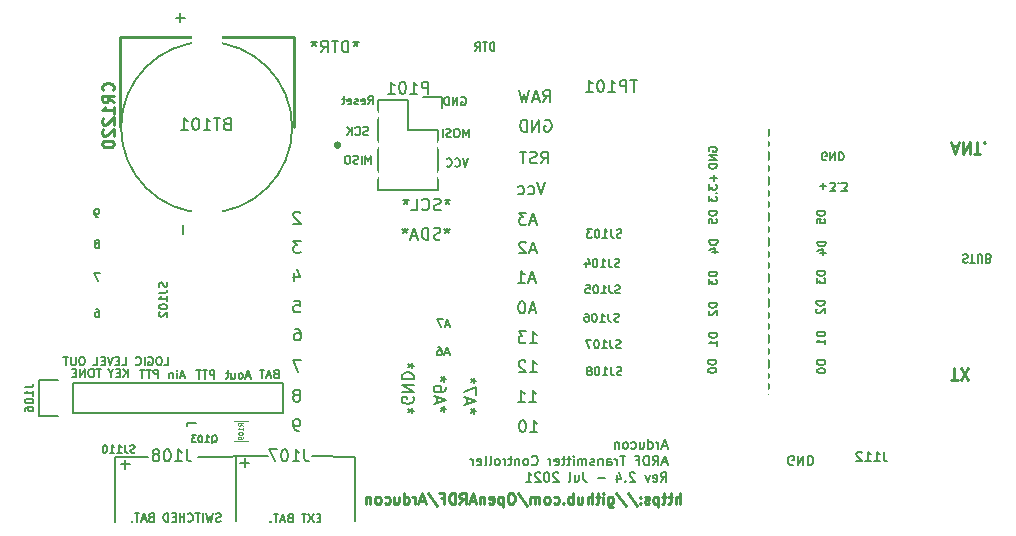
<source format=gbo>
G04 #@! TF.GenerationSoftware,KiCad,Pcbnew,(5.1.9-0-10_14)*
G04 #@! TF.CreationDate,2021-07-31T14:16:26-04:00*
G04 #@! TF.ProjectId,Arducon,41726475-636f-46e2-9e6b-696361645f70,rev?*
G04 #@! TF.SameCoordinates,Original*
G04 #@! TF.FileFunction,Legend,Bot*
G04 #@! TF.FilePolarity,Positive*
%FSLAX46Y46*%
G04 Gerber Fmt 4.6, Leading zero omitted, Abs format (unit mm)*
G04 Created by KiCad (PCBNEW (5.1.9-0-10_14)) date 2021-07-31 14:16:26*
%MOMM*%
%LPD*%
G01*
G04 APERTURE LIST*
%ADD10C,0.150000*%
%ADD11C,0.175000*%
%ADD12C,0.250000*%
%ADD13C,0.200000*%
%ADD14C,0.225000*%
%ADD15C,0.100000*%
%ADD16R,1.000000X4.500000*%
%ADD17O,2.032000X1.727200*%
%ADD18R,2.032000X1.727200*%
%ADD19O,1.727200X2.032000*%
%ADD20R,6.350000X4.500000*%
%ADD21R,4.500000X6.350000*%
%ADD22R,1.778000X4.000000*%
%ADD23C,1.300000*%
%ADD24C,1.000000*%
%ADD25R,2.600000X3.540000*%
%ADD26R,2.600000X3.660000*%
%ADD27R,1.727200X2.032000*%
%ADD28C,0.500000*%
%ADD29R,0.800100X0.800100*%
%ADD30R,3.100000X1.000000*%
%ADD31O,3.100000X1.000000*%
%ADD32C,5.000000*%
%ADD33R,5.080000X1.778000*%
%ADD34R,3.500120X3.500120*%
%ADD35C,3.500120*%
%ADD36R,2.032000X2.032000*%
%ADD37R,0.700000X1.300000*%
%ADD38C,0.900000*%
%ADD39C,0.254000*%
G04 APERTURE END LIST*
D10*
X110366666Y-117930000D02*
X110266666Y-117963333D01*
X110233333Y-117996666D01*
X110200000Y-118063333D01*
X110200000Y-118163333D01*
X110233333Y-118230000D01*
X110266666Y-118263333D01*
X110333333Y-118296666D01*
X110600000Y-118296666D01*
X110600000Y-117596666D01*
X110366666Y-117596666D01*
X110300000Y-117630000D01*
X110266666Y-117663333D01*
X110233333Y-117730000D01*
X110233333Y-117796666D01*
X110266666Y-117863333D01*
X110300000Y-117896666D01*
X110366666Y-117930000D01*
X110600000Y-117930000D01*
X109933333Y-118096666D02*
X109600000Y-118096666D01*
X110000000Y-118296666D02*
X109766666Y-117596666D01*
X109533333Y-118296666D01*
X109400000Y-117596666D02*
X109000000Y-117596666D01*
X109200000Y-118296666D02*
X109200000Y-117596666D01*
X108180000Y-118166666D02*
X107846666Y-118166666D01*
X108246666Y-118366666D02*
X108013333Y-117666666D01*
X107780000Y-118366666D01*
X107446666Y-118366666D02*
X107513333Y-118333333D01*
X107546666Y-118300000D01*
X107580000Y-118233333D01*
X107580000Y-118033333D01*
X107546666Y-117966666D01*
X107513333Y-117933333D01*
X107446666Y-117900000D01*
X107346666Y-117900000D01*
X107280000Y-117933333D01*
X107246666Y-117966666D01*
X107213333Y-118033333D01*
X107213333Y-118233333D01*
X107246666Y-118300000D01*
X107280000Y-118333333D01*
X107346666Y-118366666D01*
X107446666Y-118366666D01*
X106613333Y-117900000D02*
X106613333Y-118366666D01*
X106913333Y-117900000D02*
X106913333Y-118266666D01*
X106880000Y-118333333D01*
X106813333Y-118366666D01*
X106713333Y-118366666D01*
X106646666Y-118333333D01*
X106613333Y-118300000D01*
X106380000Y-117900000D02*
X106113333Y-117900000D01*
X106280000Y-117666666D02*
X106280000Y-118266666D01*
X106246666Y-118333333D01*
X106180000Y-118366666D01*
X106113333Y-118366666D01*
X105166666Y-118366666D02*
X105166666Y-117666666D01*
X104900000Y-117666666D01*
X104833333Y-117700000D01*
X104800000Y-117733333D01*
X104766666Y-117800000D01*
X104766666Y-117900000D01*
X104800000Y-117966666D01*
X104833333Y-118000000D01*
X104900000Y-118033333D01*
X105166666Y-118033333D01*
X104566666Y-117666666D02*
X104166666Y-117666666D01*
X104366666Y-118366666D02*
X104366666Y-117666666D01*
X104033333Y-117666666D02*
X103633333Y-117666666D01*
X103833333Y-118366666D02*
X103833333Y-117666666D01*
X102630000Y-118126666D02*
X102296666Y-118126666D01*
X102696666Y-118326666D02*
X102463333Y-117626666D01*
X102230000Y-118326666D01*
X101996666Y-118326666D02*
X101996666Y-117860000D01*
X101996666Y-117626666D02*
X102030000Y-117660000D01*
X101996666Y-117693333D01*
X101963333Y-117660000D01*
X101996666Y-117626666D01*
X101996666Y-117693333D01*
X101663333Y-117860000D02*
X101663333Y-118326666D01*
X101663333Y-117926666D02*
X101630000Y-117893333D01*
X101563333Y-117860000D01*
X101463333Y-117860000D01*
X101396666Y-117893333D01*
X101363333Y-117960000D01*
X101363333Y-118326666D01*
D11*
X168546666Y-107866666D02*
X168646666Y-107833333D01*
X168813333Y-107833333D01*
X168880000Y-107866666D01*
X168913333Y-107900000D01*
X168946666Y-107966666D01*
X168946666Y-108033333D01*
X168913333Y-108100000D01*
X168880000Y-108133333D01*
X168813333Y-108166666D01*
X168680000Y-108200000D01*
X168613333Y-108233333D01*
X168580000Y-108266666D01*
X168546666Y-108333333D01*
X168546666Y-108400000D01*
X168580000Y-108466666D01*
X168613333Y-108500000D01*
X168680000Y-108533333D01*
X168846666Y-108533333D01*
X168946666Y-108500000D01*
X169146666Y-108533333D02*
X169546666Y-108533333D01*
X169346666Y-107833333D02*
X169346666Y-108533333D01*
X169780000Y-108533333D02*
X169780000Y-107966666D01*
X169813333Y-107900000D01*
X169846666Y-107866666D01*
X169913333Y-107833333D01*
X170046666Y-107833333D01*
X170113333Y-107866666D01*
X170146666Y-107900000D01*
X170180000Y-107966666D01*
X170180000Y-108533333D01*
X170746666Y-108200000D02*
X170846666Y-108166666D01*
X170880000Y-108133333D01*
X170913333Y-108066666D01*
X170913333Y-107966666D01*
X170880000Y-107900000D01*
X170846666Y-107866666D01*
X170780000Y-107833333D01*
X170513333Y-107833333D01*
X170513333Y-108533333D01*
X170746666Y-108533333D01*
X170813333Y-108500000D01*
X170846666Y-108466666D01*
X170880000Y-108400000D01*
X170880000Y-108333333D01*
X170846666Y-108266666D01*
X170813333Y-108233333D01*
X170746666Y-108200000D01*
X170513333Y-108200000D01*
D12*
X167538095Y-118437619D02*
X168109523Y-118437619D01*
X167823809Y-117437619D02*
X167823809Y-118437619D01*
X168347619Y-118437619D02*
X169014285Y-117437619D01*
X169014285Y-118437619D02*
X168347619Y-117437619D01*
X167639047Y-98643333D02*
X168115238Y-98643333D01*
X167543809Y-98357619D02*
X167877142Y-99357619D01*
X168210476Y-98357619D01*
X168543809Y-98357619D02*
X168543809Y-99357619D01*
X169115238Y-98357619D01*
X169115238Y-99357619D01*
X169448571Y-99357619D02*
X170020000Y-99357619D01*
X169734285Y-98357619D02*
X169734285Y-99357619D01*
X170353333Y-98452857D02*
X170400952Y-98405238D01*
X170353333Y-98357619D01*
X170305714Y-98405238D01*
X170353333Y-98452857D01*
X170353333Y-98357619D01*
D13*
X154180476Y-125640000D02*
X154104285Y-125678095D01*
X153990000Y-125678095D01*
X153875714Y-125640000D01*
X153799523Y-125563809D01*
X153761428Y-125487619D01*
X153723333Y-125335238D01*
X153723333Y-125220952D01*
X153761428Y-125068571D01*
X153799523Y-124992380D01*
X153875714Y-124916190D01*
X153990000Y-124878095D01*
X154066190Y-124878095D01*
X154180476Y-124916190D01*
X154218571Y-124954285D01*
X154218571Y-125220952D01*
X154066190Y-125220952D01*
X154561428Y-124878095D02*
X154561428Y-125678095D01*
X155018571Y-124878095D01*
X155018571Y-125678095D01*
X155399523Y-124878095D02*
X155399523Y-125678095D01*
X155590000Y-125678095D01*
X155704285Y-125640000D01*
X155780476Y-125563809D01*
X155818571Y-125487619D01*
X155856666Y-125335238D01*
X155856666Y-125220952D01*
X155818571Y-125068571D01*
X155780476Y-124992380D01*
X155704285Y-124916190D01*
X155590000Y-124878095D01*
X155399523Y-124878095D01*
X107359047Y-125478571D02*
X108120952Y-125478571D01*
X107740000Y-125097619D02*
X107740000Y-125859523D01*
X97259047Y-125608571D02*
X98020952Y-125608571D01*
X97640000Y-125227619D02*
X97640000Y-125989523D01*
D10*
X156986666Y-99860000D02*
X156920000Y-99893333D01*
X156820000Y-99893333D01*
X156720000Y-99860000D01*
X156653333Y-99793333D01*
X156620000Y-99726666D01*
X156586666Y-99593333D01*
X156586666Y-99493333D01*
X156620000Y-99360000D01*
X156653333Y-99293333D01*
X156720000Y-99226666D01*
X156820000Y-99193333D01*
X156886666Y-99193333D01*
X156986666Y-99226666D01*
X157020000Y-99260000D01*
X157020000Y-99493333D01*
X156886666Y-99493333D01*
X157320000Y-99193333D02*
X157320000Y-99893333D01*
X157720000Y-99193333D01*
X157720000Y-99893333D01*
X158053333Y-99193333D02*
X158053333Y-99893333D01*
X158220000Y-99893333D01*
X158320000Y-99860000D01*
X158386666Y-99793333D01*
X158420000Y-99726666D01*
X158453333Y-99593333D01*
X158453333Y-99493333D01*
X158420000Y-99360000D01*
X158386666Y-99293333D01*
X158320000Y-99226666D01*
X158220000Y-99193333D01*
X158053333Y-99193333D01*
X156886666Y-104153333D02*
X156186666Y-104153333D01*
X156186666Y-104320000D01*
X156220000Y-104420000D01*
X156286666Y-104486666D01*
X156353333Y-104520000D01*
X156486666Y-104553333D01*
X156586666Y-104553333D01*
X156720000Y-104520000D01*
X156786666Y-104486666D01*
X156853333Y-104420000D01*
X156886666Y-104320000D01*
X156886666Y-104153333D01*
X156186666Y-105186666D02*
X156186666Y-104853333D01*
X156520000Y-104820000D01*
X156486666Y-104853333D01*
X156453333Y-104920000D01*
X156453333Y-105086666D01*
X156486666Y-105153333D01*
X156520000Y-105186666D01*
X156586666Y-105220000D01*
X156753333Y-105220000D01*
X156820000Y-105186666D01*
X156853333Y-105153333D01*
X156886666Y-105086666D01*
X156886666Y-104920000D01*
X156853333Y-104853333D01*
X156820000Y-104820000D01*
X156916666Y-106753333D02*
X156216666Y-106753333D01*
X156216666Y-106920000D01*
X156250000Y-107020000D01*
X156316666Y-107086666D01*
X156383333Y-107120000D01*
X156516666Y-107153333D01*
X156616666Y-107153333D01*
X156750000Y-107120000D01*
X156816666Y-107086666D01*
X156883333Y-107020000D01*
X156916666Y-106920000D01*
X156916666Y-106753333D01*
X156450000Y-107753333D02*
X156916666Y-107753333D01*
X156183333Y-107586666D02*
X156683333Y-107420000D01*
X156683333Y-107853333D01*
X156886666Y-109233333D02*
X156186666Y-109233333D01*
X156186666Y-109400000D01*
X156220000Y-109500000D01*
X156286666Y-109566666D01*
X156353333Y-109600000D01*
X156486666Y-109633333D01*
X156586666Y-109633333D01*
X156720000Y-109600000D01*
X156786666Y-109566666D01*
X156853333Y-109500000D01*
X156886666Y-109400000D01*
X156886666Y-109233333D01*
X156186666Y-109866666D02*
X156186666Y-110300000D01*
X156453333Y-110066666D01*
X156453333Y-110166666D01*
X156486666Y-110233333D01*
X156520000Y-110266666D01*
X156586666Y-110300000D01*
X156753333Y-110300000D01*
X156820000Y-110266666D01*
X156853333Y-110233333D01*
X156886666Y-110166666D01*
X156886666Y-109966666D01*
X156853333Y-109900000D01*
X156820000Y-109866666D01*
X156846666Y-111773333D02*
X156146666Y-111773333D01*
X156146666Y-111940000D01*
X156180000Y-112040000D01*
X156246666Y-112106666D01*
X156313333Y-112140000D01*
X156446666Y-112173333D01*
X156546666Y-112173333D01*
X156680000Y-112140000D01*
X156746666Y-112106666D01*
X156813333Y-112040000D01*
X156846666Y-111940000D01*
X156846666Y-111773333D01*
X156213333Y-112440000D02*
X156180000Y-112473333D01*
X156146666Y-112540000D01*
X156146666Y-112706666D01*
X156180000Y-112773333D01*
X156213333Y-112806666D01*
X156280000Y-112840000D01*
X156346666Y-112840000D01*
X156446666Y-112806666D01*
X156846666Y-112406666D01*
X156846666Y-112840000D01*
X156886666Y-114383333D02*
X156186666Y-114383333D01*
X156186666Y-114550000D01*
X156220000Y-114650000D01*
X156286666Y-114716666D01*
X156353333Y-114750000D01*
X156486666Y-114783333D01*
X156586666Y-114783333D01*
X156720000Y-114750000D01*
X156786666Y-114716666D01*
X156853333Y-114650000D01*
X156886666Y-114550000D01*
X156886666Y-114383333D01*
X156886666Y-115450000D02*
X156886666Y-115050000D01*
X156886666Y-115250000D02*
X156186666Y-115250000D01*
X156286666Y-115183333D01*
X156353333Y-115116666D01*
X156386666Y-115050000D01*
X156886666Y-116823333D02*
X156186666Y-116823333D01*
X156186666Y-116990000D01*
X156220000Y-117090000D01*
X156286666Y-117156666D01*
X156353333Y-117190000D01*
X156486666Y-117223333D01*
X156586666Y-117223333D01*
X156720000Y-117190000D01*
X156786666Y-117156666D01*
X156853333Y-117090000D01*
X156886666Y-116990000D01*
X156886666Y-116823333D01*
X156186666Y-117656666D02*
X156186666Y-117723333D01*
X156220000Y-117790000D01*
X156253333Y-117823333D01*
X156320000Y-117856666D01*
X156453333Y-117890000D01*
X156620000Y-117890000D01*
X156753333Y-117856666D01*
X156820000Y-117823333D01*
X156853333Y-117790000D01*
X156886666Y-117723333D01*
X156886666Y-117656666D01*
X156853333Y-117590000D01*
X156820000Y-117556666D01*
X156753333Y-117523333D01*
X156620000Y-117490000D01*
X156453333Y-117490000D01*
X156320000Y-117523333D01*
X156253333Y-117556666D01*
X156220000Y-117590000D01*
X156186666Y-117656666D01*
X147040000Y-99116666D02*
X147006666Y-99050000D01*
X147006666Y-98950000D01*
X147040000Y-98850000D01*
X147106666Y-98783333D01*
X147173333Y-98750000D01*
X147306666Y-98716666D01*
X147406666Y-98716666D01*
X147540000Y-98750000D01*
X147606666Y-98783333D01*
X147673333Y-98850000D01*
X147706666Y-98950000D01*
X147706666Y-99016666D01*
X147673333Y-99116666D01*
X147640000Y-99150000D01*
X147406666Y-99150000D01*
X147406666Y-99016666D01*
X147706666Y-99450000D02*
X147006666Y-99450000D01*
X147706666Y-99850000D01*
X147006666Y-99850000D01*
X147706666Y-100183333D02*
X147006666Y-100183333D01*
X147006666Y-100350000D01*
X147040000Y-100450000D01*
X147106666Y-100516666D01*
X147173333Y-100550000D01*
X147306666Y-100583333D01*
X147406666Y-100583333D01*
X147540000Y-100550000D01*
X147606666Y-100516666D01*
X147673333Y-100450000D01*
X147706666Y-100350000D01*
X147706666Y-100183333D01*
X147440000Y-101120000D02*
X147440000Y-101653333D01*
X147706666Y-101386666D02*
X147173333Y-101386666D01*
X147006666Y-101920000D02*
X147006666Y-102353333D01*
X147273333Y-102120000D01*
X147273333Y-102220000D01*
X147306666Y-102286666D01*
X147340000Y-102320000D01*
X147406666Y-102353333D01*
X147573333Y-102353333D01*
X147640000Y-102320000D01*
X147673333Y-102286666D01*
X147706666Y-102220000D01*
X147706666Y-102020000D01*
X147673333Y-101953333D01*
X147640000Y-101920000D01*
X147640000Y-102653333D02*
X147673333Y-102686666D01*
X147706666Y-102653333D01*
X147673333Y-102620000D01*
X147640000Y-102653333D01*
X147706666Y-102653333D01*
X147006666Y-102920000D02*
X147006666Y-103353333D01*
X147273333Y-103120000D01*
X147273333Y-103220000D01*
X147306666Y-103286666D01*
X147340000Y-103320000D01*
X147406666Y-103353333D01*
X147573333Y-103353333D01*
X147640000Y-103320000D01*
X147673333Y-103286666D01*
X147706666Y-103220000D01*
X147706666Y-103020000D01*
X147673333Y-102953333D01*
X147640000Y-102920000D01*
X147706666Y-104153333D02*
X147006666Y-104153333D01*
X147006666Y-104320000D01*
X147040000Y-104420000D01*
X147106666Y-104486666D01*
X147173333Y-104520000D01*
X147306666Y-104553333D01*
X147406666Y-104553333D01*
X147540000Y-104520000D01*
X147606666Y-104486666D01*
X147673333Y-104420000D01*
X147706666Y-104320000D01*
X147706666Y-104153333D01*
X147006666Y-105186666D02*
X147006666Y-104853333D01*
X147340000Y-104820000D01*
X147306666Y-104853333D01*
X147273333Y-104920000D01*
X147273333Y-105086666D01*
X147306666Y-105153333D01*
X147340000Y-105186666D01*
X147406666Y-105220000D01*
X147573333Y-105220000D01*
X147640000Y-105186666D01*
X147673333Y-105153333D01*
X147706666Y-105086666D01*
X147706666Y-104920000D01*
X147673333Y-104853333D01*
X147640000Y-104820000D01*
X147766666Y-106653333D02*
X147066666Y-106653333D01*
X147066666Y-106820000D01*
X147100000Y-106920000D01*
X147166666Y-106986666D01*
X147233333Y-107020000D01*
X147366666Y-107053333D01*
X147466666Y-107053333D01*
X147600000Y-107020000D01*
X147666666Y-106986666D01*
X147733333Y-106920000D01*
X147766666Y-106820000D01*
X147766666Y-106653333D01*
X147300000Y-107653333D02*
X147766666Y-107653333D01*
X147033333Y-107486666D02*
X147533333Y-107320000D01*
X147533333Y-107753333D01*
X147706666Y-109303333D02*
X147006666Y-109303333D01*
X147006666Y-109470000D01*
X147040000Y-109570000D01*
X147106666Y-109636666D01*
X147173333Y-109670000D01*
X147306666Y-109703333D01*
X147406666Y-109703333D01*
X147540000Y-109670000D01*
X147606666Y-109636666D01*
X147673333Y-109570000D01*
X147706666Y-109470000D01*
X147706666Y-109303333D01*
X147006666Y-109936666D02*
X147006666Y-110370000D01*
X147273333Y-110136666D01*
X147273333Y-110236666D01*
X147306666Y-110303333D01*
X147340000Y-110336666D01*
X147406666Y-110370000D01*
X147573333Y-110370000D01*
X147640000Y-110336666D01*
X147673333Y-110303333D01*
X147706666Y-110236666D01*
X147706666Y-110036666D01*
X147673333Y-109970000D01*
X147640000Y-109936666D01*
X147706666Y-111943333D02*
X147006666Y-111943333D01*
X147006666Y-112110000D01*
X147040000Y-112210000D01*
X147106666Y-112276666D01*
X147173333Y-112310000D01*
X147306666Y-112343333D01*
X147406666Y-112343333D01*
X147540000Y-112310000D01*
X147606666Y-112276666D01*
X147673333Y-112210000D01*
X147706666Y-112110000D01*
X147706666Y-111943333D01*
X147073333Y-112610000D02*
X147040000Y-112643333D01*
X147006666Y-112710000D01*
X147006666Y-112876666D01*
X147040000Y-112943333D01*
X147073333Y-112976666D01*
X147140000Y-113010000D01*
X147206666Y-113010000D01*
X147306666Y-112976666D01*
X147706666Y-112576666D01*
X147706666Y-113010000D01*
X147736666Y-114513333D02*
X147036666Y-114513333D01*
X147036666Y-114680000D01*
X147070000Y-114780000D01*
X147136666Y-114846666D01*
X147203333Y-114880000D01*
X147336666Y-114913333D01*
X147436666Y-114913333D01*
X147570000Y-114880000D01*
X147636666Y-114846666D01*
X147703333Y-114780000D01*
X147736666Y-114680000D01*
X147736666Y-114513333D01*
X147736666Y-115580000D02*
X147736666Y-115180000D01*
X147736666Y-115380000D02*
X147036666Y-115380000D01*
X147136666Y-115313333D01*
X147203333Y-115246666D01*
X147236666Y-115180000D01*
X147666666Y-116793333D02*
X146966666Y-116793333D01*
X146966666Y-116960000D01*
X147000000Y-117060000D01*
X147066666Y-117126666D01*
X147133333Y-117160000D01*
X147266666Y-117193333D01*
X147366666Y-117193333D01*
X147500000Y-117160000D01*
X147566666Y-117126666D01*
X147633333Y-117060000D01*
X147666666Y-116960000D01*
X147666666Y-116793333D01*
X146966666Y-117626666D02*
X146966666Y-117693333D01*
X147000000Y-117760000D01*
X147033333Y-117793333D01*
X147100000Y-117826666D01*
X147233333Y-117860000D01*
X147400000Y-117860000D01*
X147533333Y-117826666D01*
X147600000Y-117793333D01*
X147633333Y-117760000D01*
X147666666Y-117693333D01*
X147666666Y-117626666D01*
X147633333Y-117560000D01*
X147600000Y-117526666D01*
X147533333Y-117493333D01*
X147400000Y-117460000D01*
X147233333Y-117460000D01*
X147100000Y-117493333D01*
X147033333Y-117526666D01*
X147000000Y-117560000D01*
X146966666Y-117626666D01*
X156460000Y-102040000D02*
X156993333Y-102040000D01*
X156726666Y-101773333D02*
X156726666Y-102306666D01*
X157260000Y-102473333D02*
X157693333Y-102473333D01*
X157460000Y-102206666D01*
X157560000Y-102206666D01*
X157626666Y-102173333D01*
X157660000Y-102140000D01*
X157693333Y-102073333D01*
X157693333Y-101906666D01*
X157660000Y-101840000D01*
X157626666Y-101806666D01*
X157560000Y-101773333D01*
X157360000Y-101773333D01*
X157293333Y-101806666D01*
X157260000Y-101840000D01*
X157993333Y-101840000D02*
X158026666Y-101806666D01*
X157993333Y-101773333D01*
X157960000Y-101806666D01*
X157993333Y-101840000D01*
X157993333Y-101773333D01*
X158260000Y-102473333D02*
X158693333Y-102473333D01*
X158460000Y-102206666D01*
X158560000Y-102206666D01*
X158626666Y-102173333D01*
X158660000Y-102140000D01*
X158693333Y-102073333D01*
X158693333Y-101906666D01*
X158660000Y-101840000D01*
X158626666Y-101806666D01*
X158560000Y-101773333D01*
X158360000Y-101773333D01*
X158293333Y-101806666D01*
X158260000Y-101840000D01*
X95575000Y-117541666D02*
X95175000Y-117541666D01*
X95375000Y-118241666D02*
X95375000Y-117541666D01*
X94808333Y-117541666D02*
X94675000Y-117541666D01*
X94608333Y-117575000D01*
X94541666Y-117641666D01*
X94508333Y-117775000D01*
X94508333Y-118008333D01*
X94541666Y-118141666D01*
X94608333Y-118208333D01*
X94675000Y-118241666D01*
X94808333Y-118241666D01*
X94875000Y-118208333D01*
X94941666Y-118141666D01*
X94975000Y-118008333D01*
X94975000Y-117775000D01*
X94941666Y-117641666D01*
X94875000Y-117575000D01*
X94808333Y-117541666D01*
X94208333Y-118241666D02*
X94208333Y-117541666D01*
X93808333Y-118241666D01*
X93808333Y-117541666D01*
X93475000Y-117875000D02*
X93241666Y-117875000D01*
X93141666Y-118241666D02*
X93475000Y-118241666D01*
X93475000Y-117541666D01*
X93141666Y-117541666D01*
X97850000Y-118241666D02*
X97850000Y-117541666D01*
X97450000Y-118241666D02*
X97750000Y-117841666D01*
X97450000Y-117541666D02*
X97850000Y-117941666D01*
X97150000Y-117875000D02*
X96916666Y-117875000D01*
X96816666Y-118241666D02*
X97150000Y-118241666D01*
X97150000Y-117541666D01*
X96816666Y-117541666D01*
X96383333Y-117908333D02*
X96383333Y-118241666D01*
X96616666Y-117541666D02*
X96383333Y-117908333D01*
X96150000Y-117541666D01*
X100391666Y-118291666D02*
X100391666Y-117591666D01*
X100125000Y-117591666D01*
X100058333Y-117625000D01*
X100025000Y-117658333D01*
X99991666Y-117725000D01*
X99991666Y-117825000D01*
X100025000Y-117891666D01*
X100058333Y-117925000D01*
X100125000Y-117958333D01*
X100391666Y-117958333D01*
X99791666Y-117591666D02*
X99391666Y-117591666D01*
X99591666Y-118291666D02*
X99591666Y-117591666D01*
X99258333Y-117591666D02*
X98858333Y-117591666D01*
X99058333Y-118291666D02*
X99058333Y-117591666D01*
X152125000Y-97225000D02*
X152125000Y-119675000D01*
X117075000Y-124975000D02*
X113475000Y-124950000D01*
X103800000Y-124975000D02*
X109700000Y-124950000D01*
X96750000Y-124975000D02*
X99550000Y-124975000D01*
X117050000Y-130450000D02*
X117075000Y-124975000D01*
X106975000Y-130450000D02*
X106975000Y-124975000D01*
X96750000Y-124975000D02*
X96775000Y-130475000D01*
D11*
X114150000Y-130150000D02*
X113916666Y-130150000D01*
X113816666Y-130516666D02*
X114150000Y-130516666D01*
X114150000Y-129816666D01*
X113816666Y-129816666D01*
X113583333Y-129816666D02*
X113116666Y-130516666D01*
X113116666Y-129816666D02*
X113583333Y-130516666D01*
X112950000Y-129816666D02*
X112550000Y-129816666D01*
X112750000Y-130516666D02*
X112750000Y-129816666D01*
X111550000Y-130150000D02*
X111450000Y-130183333D01*
X111416666Y-130216666D01*
X111383333Y-130283333D01*
X111383333Y-130383333D01*
X111416666Y-130450000D01*
X111450000Y-130483333D01*
X111516666Y-130516666D01*
X111783333Y-130516666D01*
X111783333Y-129816666D01*
X111550000Y-129816666D01*
X111483333Y-129850000D01*
X111450000Y-129883333D01*
X111416666Y-129950000D01*
X111416666Y-130016666D01*
X111450000Y-130083333D01*
X111483333Y-130116666D01*
X111550000Y-130150000D01*
X111783333Y-130150000D01*
X111116666Y-130316666D02*
X110783333Y-130316666D01*
X111183333Y-130516666D02*
X110950000Y-129816666D01*
X110716666Y-130516666D01*
X110583333Y-129816666D02*
X110183333Y-129816666D01*
X110383333Y-130516666D02*
X110383333Y-129816666D01*
X109950000Y-130450000D02*
X109916666Y-130483333D01*
X109950000Y-130516666D01*
X109983333Y-130483333D01*
X109950000Y-130450000D01*
X109950000Y-130516666D01*
X105691666Y-130433333D02*
X105591666Y-130466666D01*
X105425000Y-130466666D01*
X105358333Y-130433333D01*
X105325000Y-130400000D01*
X105291666Y-130333333D01*
X105291666Y-130266666D01*
X105325000Y-130200000D01*
X105358333Y-130166666D01*
X105425000Y-130133333D01*
X105558333Y-130100000D01*
X105625000Y-130066666D01*
X105658333Y-130033333D01*
X105691666Y-129966666D01*
X105691666Y-129900000D01*
X105658333Y-129833333D01*
X105625000Y-129800000D01*
X105558333Y-129766666D01*
X105391666Y-129766666D01*
X105291666Y-129800000D01*
X105058333Y-129766666D02*
X104891666Y-130466666D01*
X104758333Y-129966666D01*
X104625000Y-130466666D01*
X104458333Y-129766666D01*
X104191666Y-130466666D02*
X104191666Y-129766666D01*
X103958333Y-129766666D02*
X103558333Y-129766666D01*
X103758333Y-130466666D02*
X103758333Y-129766666D01*
X102925000Y-130400000D02*
X102958333Y-130433333D01*
X103058333Y-130466666D01*
X103125000Y-130466666D01*
X103225000Y-130433333D01*
X103291666Y-130366666D01*
X103325000Y-130300000D01*
X103358333Y-130166666D01*
X103358333Y-130066666D01*
X103325000Y-129933333D01*
X103291666Y-129866666D01*
X103225000Y-129800000D01*
X103125000Y-129766666D01*
X103058333Y-129766666D01*
X102958333Y-129800000D01*
X102925000Y-129833333D01*
X102625000Y-130466666D02*
X102625000Y-129766666D01*
X102625000Y-130100000D02*
X102225000Y-130100000D01*
X102225000Y-130466666D02*
X102225000Y-129766666D01*
X101891666Y-130100000D02*
X101658333Y-130100000D01*
X101558333Y-130466666D02*
X101891666Y-130466666D01*
X101891666Y-129766666D01*
X101558333Y-129766666D01*
X101258333Y-130466666D02*
X101258333Y-129766666D01*
X101091666Y-129766666D01*
X100991666Y-129800000D01*
X100925000Y-129866666D01*
X100891666Y-129933333D01*
X100858333Y-130066666D01*
X100858333Y-130166666D01*
X100891666Y-130300000D01*
X100925000Y-130366666D01*
X100991666Y-130433333D01*
X101091666Y-130466666D01*
X101258333Y-130466666D01*
X99791666Y-130100000D02*
X99691666Y-130133333D01*
X99658333Y-130166666D01*
X99625000Y-130233333D01*
X99625000Y-130333333D01*
X99658333Y-130400000D01*
X99691666Y-130433333D01*
X99758333Y-130466666D01*
X100025000Y-130466666D01*
X100025000Y-129766666D01*
X99791666Y-129766666D01*
X99725000Y-129800000D01*
X99691666Y-129833333D01*
X99658333Y-129900000D01*
X99658333Y-129966666D01*
X99691666Y-130033333D01*
X99725000Y-130066666D01*
X99791666Y-130100000D01*
X100025000Y-130100000D01*
X99358333Y-130266666D02*
X99025000Y-130266666D01*
X99425000Y-130466666D02*
X99191666Y-129766666D01*
X98958333Y-130466666D01*
X98825000Y-129766666D02*
X98425000Y-129766666D01*
X98625000Y-130466666D02*
X98625000Y-129766666D01*
X98191666Y-130400000D02*
X98158333Y-130433333D01*
X98191666Y-130466666D01*
X98225000Y-130433333D01*
X98191666Y-130400000D01*
X98191666Y-130466666D01*
X100920000Y-117226666D02*
X101253333Y-117226666D01*
X101253333Y-116526666D01*
X100553333Y-116526666D02*
X100420000Y-116526666D01*
X100353333Y-116560000D01*
X100286666Y-116626666D01*
X100253333Y-116760000D01*
X100253333Y-116993333D01*
X100286666Y-117126666D01*
X100353333Y-117193333D01*
X100420000Y-117226666D01*
X100553333Y-117226666D01*
X100620000Y-117193333D01*
X100686666Y-117126666D01*
X100720000Y-116993333D01*
X100720000Y-116760000D01*
X100686666Y-116626666D01*
X100620000Y-116560000D01*
X100553333Y-116526666D01*
X99586666Y-116560000D02*
X99653333Y-116526666D01*
X99753333Y-116526666D01*
X99853333Y-116560000D01*
X99920000Y-116626666D01*
X99953333Y-116693333D01*
X99986666Y-116826666D01*
X99986666Y-116926666D01*
X99953333Y-117060000D01*
X99920000Y-117126666D01*
X99853333Y-117193333D01*
X99753333Y-117226666D01*
X99686666Y-117226666D01*
X99586666Y-117193333D01*
X99553333Y-117160000D01*
X99553333Y-116926666D01*
X99686666Y-116926666D01*
X99253333Y-117226666D02*
X99253333Y-116526666D01*
X98520000Y-117160000D02*
X98553333Y-117193333D01*
X98653333Y-117226666D01*
X98720000Y-117226666D01*
X98820000Y-117193333D01*
X98886666Y-117126666D01*
X98920000Y-117060000D01*
X98953333Y-116926666D01*
X98953333Y-116826666D01*
X98920000Y-116693333D01*
X98886666Y-116626666D01*
X98820000Y-116560000D01*
X98720000Y-116526666D01*
X98653333Y-116526666D01*
X98553333Y-116560000D01*
X98520000Y-116593333D01*
X97353333Y-117226666D02*
X97686666Y-117226666D01*
X97686666Y-116526666D01*
X97120000Y-116860000D02*
X96886666Y-116860000D01*
X96786666Y-117226666D02*
X97120000Y-117226666D01*
X97120000Y-116526666D01*
X96786666Y-116526666D01*
X96586666Y-116526666D02*
X96353333Y-117226666D01*
X96120000Y-116526666D01*
X95886666Y-116860000D02*
X95653333Y-116860000D01*
X95553333Y-117226666D02*
X95886666Y-117226666D01*
X95886666Y-116526666D01*
X95553333Y-116526666D01*
X94920000Y-117226666D02*
X95253333Y-117226666D01*
X95253333Y-116526666D01*
X94020000Y-116526666D02*
X93886666Y-116526666D01*
X93820000Y-116560000D01*
X93753333Y-116626666D01*
X93720000Y-116760000D01*
X93720000Y-116993333D01*
X93753333Y-117126666D01*
X93820000Y-117193333D01*
X93886666Y-117226666D01*
X94020000Y-117226666D01*
X94086666Y-117193333D01*
X94153333Y-117126666D01*
X94186666Y-116993333D01*
X94186666Y-116760000D01*
X94153333Y-116626666D01*
X94086666Y-116560000D01*
X94020000Y-116526666D01*
X93420000Y-116526666D02*
X93420000Y-117093333D01*
X93386666Y-117160000D01*
X93353333Y-117193333D01*
X93286666Y-117226666D01*
X93153333Y-117226666D01*
X93086666Y-117193333D01*
X93053333Y-117160000D01*
X93020000Y-117093333D01*
X93020000Y-116526666D01*
X92786666Y-116526666D02*
X92386666Y-116526666D01*
X92586666Y-117226666D02*
X92586666Y-116526666D01*
X126643333Y-99716666D02*
X126410000Y-100416666D01*
X126176666Y-99716666D01*
X125543333Y-100350000D02*
X125576666Y-100383333D01*
X125676666Y-100416666D01*
X125743333Y-100416666D01*
X125843333Y-100383333D01*
X125910000Y-100316666D01*
X125943333Y-100250000D01*
X125976666Y-100116666D01*
X125976666Y-100016666D01*
X125943333Y-99883333D01*
X125910000Y-99816666D01*
X125843333Y-99750000D01*
X125743333Y-99716666D01*
X125676666Y-99716666D01*
X125576666Y-99750000D01*
X125543333Y-99783333D01*
X124843333Y-100350000D02*
X124876666Y-100383333D01*
X124976666Y-100416666D01*
X125043333Y-100416666D01*
X125143333Y-100383333D01*
X125210000Y-100316666D01*
X125243333Y-100250000D01*
X125276666Y-100116666D01*
X125276666Y-100016666D01*
X125243333Y-99883333D01*
X125210000Y-99816666D01*
X125143333Y-99750000D01*
X125043333Y-99716666D01*
X124976666Y-99716666D01*
X124876666Y-99750000D01*
X124843333Y-99783333D01*
X126690000Y-97906666D02*
X126690000Y-97206666D01*
X126456666Y-97706666D01*
X126223333Y-97206666D01*
X126223333Y-97906666D01*
X125756666Y-97206666D02*
X125623333Y-97206666D01*
X125556666Y-97240000D01*
X125490000Y-97306666D01*
X125456666Y-97440000D01*
X125456666Y-97673333D01*
X125490000Y-97806666D01*
X125556666Y-97873333D01*
X125623333Y-97906666D01*
X125756666Y-97906666D01*
X125823333Y-97873333D01*
X125890000Y-97806666D01*
X125923333Y-97673333D01*
X125923333Y-97440000D01*
X125890000Y-97306666D01*
X125823333Y-97240000D01*
X125756666Y-97206666D01*
X125190000Y-97873333D02*
X125090000Y-97906666D01*
X124923333Y-97906666D01*
X124856666Y-97873333D01*
X124823333Y-97840000D01*
X124790000Y-97773333D01*
X124790000Y-97706666D01*
X124823333Y-97640000D01*
X124856666Y-97606666D01*
X124923333Y-97573333D01*
X125056666Y-97540000D01*
X125123333Y-97506666D01*
X125156666Y-97473333D01*
X125190000Y-97406666D01*
X125190000Y-97340000D01*
X125156666Y-97273333D01*
X125123333Y-97240000D01*
X125056666Y-97206666D01*
X124890000Y-97206666D01*
X124790000Y-97240000D01*
X124490000Y-97906666D02*
X124490000Y-97206666D01*
X126083333Y-94540000D02*
X126150000Y-94506666D01*
X126250000Y-94506666D01*
X126350000Y-94540000D01*
X126416666Y-94606666D01*
X126450000Y-94673333D01*
X126483333Y-94806666D01*
X126483333Y-94906666D01*
X126450000Y-95040000D01*
X126416666Y-95106666D01*
X126350000Y-95173333D01*
X126250000Y-95206666D01*
X126183333Y-95206666D01*
X126083333Y-95173333D01*
X126050000Y-95140000D01*
X126050000Y-94906666D01*
X126183333Y-94906666D01*
X125750000Y-95206666D02*
X125750000Y-94506666D01*
X125350000Y-95206666D01*
X125350000Y-94506666D01*
X125016666Y-95206666D02*
X125016666Y-94506666D01*
X124850000Y-94506666D01*
X124750000Y-94540000D01*
X124683333Y-94606666D01*
X124650000Y-94673333D01*
X124616666Y-94806666D01*
X124616666Y-94906666D01*
X124650000Y-95040000D01*
X124683333Y-95106666D01*
X124750000Y-95173333D01*
X124850000Y-95206666D01*
X125016666Y-95206666D01*
X118430000Y-100176666D02*
X118430000Y-99476666D01*
X118196666Y-99976666D01*
X117963333Y-99476666D01*
X117963333Y-100176666D01*
X117630000Y-100176666D02*
X117630000Y-99476666D01*
X117330000Y-100143333D02*
X117230000Y-100176666D01*
X117063333Y-100176666D01*
X116996666Y-100143333D01*
X116963333Y-100110000D01*
X116930000Y-100043333D01*
X116930000Y-99976666D01*
X116963333Y-99910000D01*
X116996666Y-99876666D01*
X117063333Y-99843333D01*
X117196666Y-99810000D01*
X117263333Y-99776666D01*
X117296666Y-99743333D01*
X117330000Y-99676666D01*
X117330000Y-99610000D01*
X117296666Y-99543333D01*
X117263333Y-99510000D01*
X117196666Y-99476666D01*
X117030000Y-99476666D01*
X116930000Y-99510000D01*
X116496666Y-99476666D02*
X116363333Y-99476666D01*
X116296666Y-99510000D01*
X116230000Y-99576666D01*
X116196666Y-99710000D01*
X116196666Y-99943333D01*
X116230000Y-100076666D01*
X116296666Y-100143333D01*
X116363333Y-100176666D01*
X116496666Y-100176666D01*
X116563333Y-100143333D01*
X116630000Y-100076666D01*
X116663333Y-99943333D01*
X116663333Y-99710000D01*
X116630000Y-99576666D01*
X116563333Y-99510000D01*
X116496666Y-99476666D01*
X118190000Y-97723333D02*
X118090000Y-97756666D01*
X117923333Y-97756666D01*
X117856666Y-97723333D01*
X117823333Y-97690000D01*
X117790000Y-97623333D01*
X117790000Y-97556666D01*
X117823333Y-97490000D01*
X117856666Y-97456666D01*
X117923333Y-97423333D01*
X118056666Y-97390000D01*
X118123333Y-97356666D01*
X118156666Y-97323333D01*
X118190000Y-97256666D01*
X118190000Y-97190000D01*
X118156666Y-97123333D01*
X118123333Y-97090000D01*
X118056666Y-97056666D01*
X117890000Y-97056666D01*
X117790000Y-97090000D01*
X117090000Y-97690000D02*
X117123333Y-97723333D01*
X117223333Y-97756666D01*
X117290000Y-97756666D01*
X117390000Y-97723333D01*
X117456666Y-97656666D01*
X117490000Y-97590000D01*
X117523333Y-97456666D01*
X117523333Y-97356666D01*
X117490000Y-97223333D01*
X117456666Y-97156666D01*
X117390000Y-97090000D01*
X117290000Y-97056666D01*
X117223333Y-97056666D01*
X117123333Y-97090000D01*
X117090000Y-97123333D01*
X116790000Y-97756666D02*
X116790000Y-97056666D01*
X116390000Y-97756666D02*
X116690000Y-97356666D01*
X116390000Y-97056666D02*
X116790000Y-97456666D01*
X118196666Y-95126666D02*
X118430000Y-94793333D01*
X118596666Y-95126666D02*
X118596666Y-94426666D01*
X118330000Y-94426666D01*
X118263333Y-94460000D01*
X118230000Y-94493333D01*
X118196666Y-94560000D01*
X118196666Y-94660000D01*
X118230000Y-94726666D01*
X118263333Y-94760000D01*
X118330000Y-94793333D01*
X118596666Y-94793333D01*
X117630000Y-95093333D02*
X117696666Y-95126666D01*
X117830000Y-95126666D01*
X117896666Y-95093333D01*
X117930000Y-95026666D01*
X117930000Y-94760000D01*
X117896666Y-94693333D01*
X117830000Y-94660000D01*
X117696666Y-94660000D01*
X117630000Y-94693333D01*
X117596666Y-94760000D01*
X117596666Y-94826666D01*
X117930000Y-94893333D01*
X117330000Y-95093333D02*
X117263333Y-95126666D01*
X117130000Y-95126666D01*
X117063333Y-95093333D01*
X117030000Y-95026666D01*
X117030000Y-94993333D01*
X117063333Y-94926666D01*
X117130000Y-94893333D01*
X117230000Y-94893333D01*
X117296666Y-94860000D01*
X117330000Y-94793333D01*
X117330000Y-94760000D01*
X117296666Y-94693333D01*
X117230000Y-94660000D01*
X117130000Y-94660000D01*
X117063333Y-94693333D01*
X116463333Y-95093333D02*
X116530000Y-95126666D01*
X116663333Y-95126666D01*
X116730000Y-95093333D01*
X116763333Y-95026666D01*
X116763333Y-94760000D01*
X116730000Y-94693333D01*
X116663333Y-94660000D01*
X116530000Y-94660000D01*
X116463333Y-94693333D01*
X116430000Y-94760000D01*
X116430000Y-94826666D01*
X116763333Y-94893333D01*
X116230000Y-94660000D02*
X115963333Y-94660000D01*
X116130000Y-94426666D02*
X116130000Y-95026666D01*
X116096666Y-95093333D01*
X116030000Y-95126666D01*
X115963333Y-95126666D01*
D14*
X144607142Y-128957142D02*
X144607142Y-128057142D01*
X144221428Y-128957142D02*
X144221428Y-128485714D01*
X144264285Y-128400000D01*
X144350000Y-128357142D01*
X144478571Y-128357142D01*
X144564285Y-128400000D01*
X144607142Y-128442857D01*
X143921428Y-128357142D02*
X143578571Y-128357142D01*
X143792857Y-128057142D02*
X143792857Y-128828571D01*
X143750000Y-128914285D01*
X143664285Y-128957142D01*
X143578571Y-128957142D01*
X143407142Y-128357142D02*
X143064285Y-128357142D01*
X143278571Y-128057142D02*
X143278571Y-128828571D01*
X143235714Y-128914285D01*
X143150000Y-128957142D01*
X143064285Y-128957142D01*
X142764285Y-128357142D02*
X142764285Y-129257142D01*
X142764285Y-128400000D02*
X142678571Y-128357142D01*
X142507142Y-128357142D01*
X142421428Y-128400000D01*
X142378571Y-128442857D01*
X142335714Y-128528571D01*
X142335714Y-128785714D01*
X142378571Y-128871428D01*
X142421428Y-128914285D01*
X142507142Y-128957142D01*
X142678571Y-128957142D01*
X142764285Y-128914285D01*
X141992857Y-128914285D02*
X141907142Y-128957142D01*
X141735714Y-128957142D01*
X141650000Y-128914285D01*
X141607142Y-128828571D01*
X141607142Y-128785714D01*
X141650000Y-128700000D01*
X141735714Y-128657142D01*
X141864285Y-128657142D01*
X141950000Y-128614285D01*
X141992857Y-128528571D01*
X141992857Y-128485714D01*
X141950000Y-128400000D01*
X141864285Y-128357142D01*
X141735714Y-128357142D01*
X141650000Y-128400000D01*
X141221428Y-128871428D02*
X141178571Y-128914285D01*
X141221428Y-128957142D01*
X141264285Y-128914285D01*
X141221428Y-128871428D01*
X141221428Y-128957142D01*
X141221428Y-128400000D02*
X141178571Y-128442857D01*
X141221428Y-128485714D01*
X141264285Y-128442857D01*
X141221428Y-128400000D01*
X141221428Y-128485714D01*
X140150000Y-128014285D02*
X140921428Y-129171428D01*
X139207142Y-128014285D02*
X139978571Y-129171428D01*
X138521428Y-128357142D02*
X138521428Y-129085714D01*
X138564285Y-129171428D01*
X138607142Y-129214285D01*
X138692857Y-129257142D01*
X138821428Y-129257142D01*
X138907142Y-129214285D01*
X138521428Y-128914285D02*
X138607142Y-128957142D01*
X138778571Y-128957142D01*
X138864285Y-128914285D01*
X138907142Y-128871428D01*
X138950000Y-128785714D01*
X138950000Y-128528571D01*
X138907142Y-128442857D01*
X138864285Y-128400000D01*
X138778571Y-128357142D01*
X138607142Y-128357142D01*
X138521428Y-128400000D01*
X138092857Y-128957142D02*
X138092857Y-128357142D01*
X138092857Y-128057142D02*
X138135714Y-128100000D01*
X138092857Y-128142857D01*
X138050000Y-128100000D01*
X138092857Y-128057142D01*
X138092857Y-128142857D01*
X137792857Y-128357142D02*
X137450000Y-128357142D01*
X137664285Y-128057142D02*
X137664285Y-128828571D01*
X137621428Y-128914285D01*
X137535714Y-128957142D01*
X137450000Y-128957142D01*
X137150000Y-128957142D02*
X137150000Y-128057142D01*
X136764285Y-128957142D02*
X136764285Y-128485714D01*
X136807142Y-128400000D01*
X136892857Y-128357142D01*
X137021428Y-128357142D01*
X137107142Y-128400000D01*
X137150000Y-128442857D01*
X135950000Y-128357142D02*
X135950000Y-128957142D01*
X136335714Y-128357142D02*
X136335714Y-128828571D01*
X136292857Y-128914285D01*
X136207142Y-128957142D01*
X136078571Y-128957142D01*
X135992857Y-128914285D01*
X135950000Y-128871428D01*
X135521428Y-128957142D02*
X135521428Y-128057142D01*
X135521428Y-128400000D02*
X135435714Y-128357142D01*
X135264285Y-128357142D01*
X135178571Y-128400000D01*
X135135714Y-128442857D01*
X135092857Y-128528571D01*
X135092857Y-128785714D01*
X135135714Y-128871428D01*
X135178571Y-128914285D01*
X135264285Y-128957142D01*
X135435714Y-128957142D01*
X135521428Y-128914285D01*
X134707142Y-128871428D02*
X134664285Y-128914285D01*
X134707142Y-128957142D01*
X134750000Y-128914285D01*
X134707142Y-128871428D01*
X134707142Y-128957142D01*
X133892857Y-128914285D02*
X133978571Y-128957142D01*
X134150000Y-128957142D01*
X134235714Y-128914285D01*
X134278571Y-128871428D01*
X134321428Y-128785714D01*
X134321428Y-128528571D01*
X134278571Y-128442857D01*
X134235714Y-128400000D01*
X134150000Y-128357142D01*
X133978571Y-128357142D01*
X133892857Y-128400000D01*
X133378571Y-128957142D02*
X133464285Y-128914285D01*
X133507142Y-128871428D01*
X133550000Y-128785714D01*
X133550000Y-128528571D01*
X133507142Y-128442857D01*
X133464285Y-128400000D01*
X133378571Y-128357142D01*
X133250000Y-128357142D01*
X133164285Y-128400000D01*
X133121428Y-128442857D01*
X133078571Y-128528571D01*
X133078571Y-128785714D01*
X133121428Y-128871428D01*
X133164285Y-128914285D01*
X133250000Y-128957142D01*
X133378571Y-128957142D01*
X132692857Y-128957142D02*
X132692857Y-128357142D01*
X132692857Y-128442857D02*
X132650000Y-128400000D01*
X132564285Y-128357142D01*
X132435714Y-128357142D01*
X132350000Y-128400000D01*
X132307142Y-128485714D01*
X132307142Y-128957142D01*
X132307142Y-128485714D02*
X132264285Y-128400000D01*
X132178571Y-128357142D01*
X132050000Y-128357142D01*
X131964285Y-128400000D01*
X131921428Y-128485714D01*
X131921428Y-128957142D01*
X130850000Y-128014285D02*
X131621428Y-129171428D01*
X130378571Y-128057142D02*
X130207142Y-128057142D01*
X130121428Y-128100000D01*
X130035714Y-128185714D01*
X129992857Y-128357142D01*
X129992857Y-128657142D01*
X130035714Y-128828571D01*
X130121428Y-128914285D01*
X130207142Y-128957142D01*
X130378571Y-128957142D01*
X130464285Y-128914285D01*
X130550000Y-128828571D01*
X130592857Y-128657142D01*
X130592857Y-128357142D01*
X130550000Y-128185714D01*
X130464285Y-128100000D01*
X130378571Y-128057142D01*
X129607142Y-128357142D02*
X129607142Y-129257142D01*
X129607142Y-128400000D02*
X129521428Y-128357142D01*
X129350000Y-128357142D01*
X129264285Y-128400000D01*
X129221428Y-128442857D01*
X129178571Y-128528571D01*
X129178571Y-128785714D01*
X129221428Y-128871428D01*
X129264285Y-128914285D01*
X129350000Y-128957142D01*
X129521428Y-128957142D01*
X129607142Y-128914285D01*
X128450000Y-128914285D02*
X128535714Y-128957142D01*
X128707142Y-128957142D01*
X128792857Y-128914285D01*
X128835714Y-128828571D01*
X128835714Y-128485714D01*
X128792857Y-128400000D01*
X128707142Y-128357142D01*
X128535714Y-128357142D01*
X128450000Y-128400000D01*
X128407142Y-128485714D01*
X128407142Y-128571428D01*
X128835714Y-128657142D01*
X128021428Y-128357142D02*
X128021428Y-128957142D01*
X128021428Y-128442857D02*
X127978571Y-128400000D01*
X127892857Y-128357142D01*
X127764285Y-128357142D01*
X127678571Y-128400000D01*
X127635714Y-128485714D01*
X127635714Y-128957142D01*
X127250000Y-128700000D02*
X126821428Y-128700000D01*
X127335714Y-128957142D02*
X127035714Y-128057142D01*
X126735714Y-128957142D01*
X125921428Y-128957142D02*
X126221428Y-128528571D01*
X126435714Y-128957142D02*
X126435714Y-128057142D01*
X126092857Y-128057142D01*
X126007142Y-128100000D01*
X125964285Y-128142857D01*
X125921428Y-128228571D01*
X125921428Y-128357142D01*
X125964285Y-128442857D01*
X126007142Y-128485714D01*
X126092857Y-128528571D01*
X126435714Y-128528571D01*
X125535714Y-128957142D02*
X125535714Y-128057142D01*
X125321428Y-128057142D01*
X125192857Y-128100000D01*
X125107142Y-128185714D01*
X125064285Y-128271428D01*
X125021428Y-128442857D01*
X125021428Y-128571428D01*
X125064285Y-128742857D01*
X125107142Y-128828571D01*
X125192857Y-128914285D01*
X125321428Y-128957142D01*
X125535714Y-128957142D01*
X124335714Y-128485714D02*
X124635714Y-128485714D01*
X124635714Y-128957142D02*
X124635714Y-128057142D01*
X124207142Y-128057142D01*
X123221428Y-128014285D02*
X123992857Y-129171428D01*
X122964285Y-128700000D02*
X122535714Y-128700000D01*
X123050000Y-128957142D02*
X122750000Y-128057142D01*
X122450000Y-128957142D01*
X122150000Y-128957142D02*
X122150000Y-128357142D01*
X122150000Y-128528571D02*
X122107142Y-128442857D01*
X122064285Y-128400000D01*
X121978571Y-128357142D01*
X121892857Y-128357142D01*
X121207142Y-128957142D02*
X121207142Y-128057142D01*
X121207142Y-128914285D02*
X121292857Y-128957142D01*
X121464285Y-128957142D01*
X121550000Y-128914285D01*
X121592857Y-128871428D01*
X121635714Y-128785714D01*
X121635714Y-128528571D01*
X121592857Y-128442857D01*
X121550000Y-128400000D01*
X121464285Y-128357142D01*
X121292857Y-128357142D01*
X121207142Y-128400000D01*
X120392857Y-128357142D02*
X120392857Y-128957142D01*
X120778571Y-128357142D02*
X120778571Y-128828571D01*
X120735714Y-128914285D01*
X120650000Y-128957142D01*
X120521428Y-128957142D01*
X120435714Y-128914285D01*
X120392857Y-128871428D01*
X119578571Y-128914285D02*
X119664285Y-128957142D01*
X119835714Y-128957142D01*
X119921428Y-128914285D01*
X119964285Y-128871428D01*
X120007142Y-128785714D01*
X120007142Y-128528571D01*
X119964285Y-128442857D01*
X119921428Y-128400000D01*
X119835714Y-128357142D01*
X119664285Y-128357142D01*
X119578571Y-128400000D01*
X119064285Y-128957142D02*
X119150000Y-128914285D01*
X119192857Y-128871428D01*
X119235714Y-128785714D01*
X119235714Y-128528571D01*
X119192857Y-128442857D01*
X119150000Y-128400000D01*
X119064285Y-128357142D01*
X118935714Y-128357142D01*
X118850000Y-128400000D01*
X118807142Y-128442857D01*
X118764285Y-128528571D01*
X118764285Y-128785714D01*
X118807142Y-128871428D01*
X118850000Y-128914285D01*
X118935714Y-128957142D01*
X119064285Y-128957142D01*
X118378571Y-128357142D02*
X118378571Y-128957142D01*
X118378571Y-128442857D02*
X118335714Y-128400000D01*
X118250000Y-128357142D01*
X118121428Y-128357142D01*
X118035714Y-128400000D01*
X117992857Y-128485714D01*
X117992857Y-128957142D01*
D12*
X96567142Y-93964761D02*
X96614761Y-93917142D01*
X96662380Y-93774285D01*
X96662380Y-93679047D01*
X96614761Y-93536190D01*
X96519523Y-93440952D01*
X96424285Y-93393333D01*
X96233809Y-93345714D01*
X96090952Y-93345714D01*
X95900476Y-93393333D01*
X95805238Y-93440952D01*
X95710000Y-93536190D01*
X95662380Y-93679047D01*
X95662380Y-93774285D01*
X95710000Y-93917142D01*
X95757619Y-93964761D01*
X96662380Y-94964761D02*
X96186190Y-94631428D01*
X96662380Y-94393333D02*
X95662380Y-94393333D01*
X95662380Y-94774285D01*
X95710000Y-94869523D01*
X95757619Y-94917142D01*
X95852857Y-94964761D01*
X95995714Y-94964761D01*
X96090952Y-94917142D01*
X96138571Y-94869523D01*
X96186190Y-94774285D01*
X96186190Y-94393333D01*
X96662380Y-95917142D02*
X96662380Y-95345714D01*
X96662380Y-95631428D02*
X95662380Y-95631428D01*
X95805238Y-95536190D01*
X95900476Y-95440952D01*
X95948095Y-95345714D01*
X95757619Y-96298095D02*
X95710000Y-96345714D01*
X95662380Y-96440952D01*
X95662380Y-96679047D01*
X95710000Y-96774285D01*
X95757619Y-96821904D01*
X95852857Y-96869523D01*
X95948095Y-96869523D01*
X96090952Y-96821904D01*
X96662380Y-96250476D01*
X96662380Y-96869523D01*
X95757619Y-97250476D02*
X95710000Y-97298095D01*
X95662380Y-97393333D01*
X95662380Y-97631428D01*
X95710000Y-97726666D01*
X95757619Y-97774285D01*
X95852857Y-97821904D01*
X95948095Y-97821904D01*
X96090952Y-97774285D01*
X96662380Y-97202857D01*
X96662380Y-97821904D01*
X95662380Y-98440952D02*
X95662380Y-98536190D01*
X95710000Y-98631428D01*
X95757619Y-98679047D01*
X95852857Y-98726666D01*
X96043333Y-98774285D01*
X96281428Y-98774285D01*
X96471904Y-98726666D01*
X96567142Y-98679047D01*
X96614761Y-98631428D01*
X96662380Y-98536190D01*
X96662380Y-98440952D01*
X96614761Y-98345714D01*
X96567142Y-98298095D01*
X96471904Y-98250476D01*
X96281428Y-98202857D01*
X96043333Y-98202857D01*
X95852857Y-98250476D01*
X95757619Y-98298095D01*
X95710000Y-98345714D01*
X95662380Y-98440952D01*
D11*
X95106666Y-112436666D02*
X95240000Y-112436666D01*
X95306666Y-112470000D01*
X95340000Y-112503333D01*
X95406666Y-112603333D01*
X95440000Y-112736666D01*
X95440000Y-113003333D01*
X95406666Y-113070000D01*
X95373333Y-113103333D01*
X95306666Y-113136666D01*
X95173333Y-113136666D01*
X95106666Y-113103333D01*
X95073333Y-113070000D01*
X95040000Y-113003333D01*
X95040000Y-112836666D01*
X95073333Y-112770000D01*
X95106666Y-112736666D01*
X95173333Y-112703333D01*
X95306666Y-112703333D01*
X95373333Y-112736666D01*
X95406666Y-112770000D01*
X95440000Y-112836666D01*
X95443333Y-109436666D02*
X94976666Y-109436666D01*
X95276666Y-110136666D01*
X95306666Y-106916666D02*
X95373333Y-106883333D01*
X95406666Y-106850000D01*
X95440000Y-106783333D01*
X95440000Y-106750000D01*
X95406666Y-106683333D01*
X95373333Y-106650000D01*
X95306666Y-106616666D01*
X95173333Y-106616666D01*
X95106666Y-106650000D01*
X95073333Y-106683333D01*
X95040000Y-106750000D01*
X95040000Y-106783333D01*
X95073333Y-106850000D01*
X95106666Y-106883333D01*
X95173333Y-106916666D01*
X95306666Y-106916666D01*
X95373333Y-106950000D01*
X95406666Y-106983333D01*
X95440000Y-107050000D01*
X95440000Y-107183333D01*
X95406666Y-107250000D01*
X95373333Y-107283333D01*
X95306666Y-107316666D01*
X95173333Y-107316666D01*
X95106666Y-107283333D01*
X95073333Y-107250000D01*
X95040000Y-107183333D01*
X95040000Y-107050000D01*
X95073333Y-106983333D01*
X95106666Y-106950000D01*
X95173333Y-106916666D01*
X95343333Y-104696666D02*
X95210000Y-104696666D01*
X95143333Y-104663333D01*
X95110000Y-104630000D01*
X95043333Y-104530000D01*
X95010000Y-104396666D01*
X95010000Y-104130000D01*
X95043333Y-104063333D01*
X95076666Y-104030000D01*
X95143333Y-103996666D01*
X95276666Y-103996666D01*
X95343333Y-104030000D01*
X95376666Y-104063333D01*
X95410000Y-104130000D01*
X95410000Y-104296666D01*
X95376666Y-104363333D01*
X95343333Y-104396666D01*
X95276666Y-104430000D01*
X95143333Y-104430000D01*
X95076666Y-104396666D01*
X95043333Y-104363333D01*
X95010000Y-104296666D01*
D13*
X143477619Y-124063333D02*
X143096666Y-124063333D01*
X143553809Y-124291904D02*
X143287142Y-123491904D01*
X143020476Y-124291904D01*
X142753809Y-124291904D02*
X142753809Y-123758571D01*
X142753809Y-123910952D02*
X142715714Y-123834761D01*
X142677619Y-123796666D01*
X142601428Y-123758571D01*
X142525238Y-123758571D01*
X141915714Y-124291904D02*
X141915714Y-123491904D01*
X141915714Y-124253809D02*
X141991904Y-124291904D01*
X142144285Y-124291904D01*
X142220476Y-124253809D01*
X142258571Y-124215714D01*
X142296666Y-124139523D01*
X142296666Y-123910952D01*
X142258571Y-123834761D01*
X142220476Y-123796666D01*
X142144285Y-123758571D01*
X141991904Y-123758571D01*
X141915714Y-123796666D01*
X141191904Y-123758571D02*
X141191904Y-124291904D01*
X141534761Y-123758571D02*
X141534761Y-124177619D01*
X141496666Y-124253809D01*
X141420476Y-124291904D01*
X141306190Y-124291904D01*
X141230000Y-124253809D01*
X141191904Y-124215714D01*
X140468095Y-124253809D02*
X140544285Y-124291904D01*
X140696666Y-124291904D01*
X140772857Y-124253809D01*
X140810952Y-124215714D01*
X140849047Y-124139523D01*
X140849047Y-123910952D01*
X140810952Y-123834761D01*
X140772857Y-123796666D01*
X140696666Y-123758571D01*
X140544285Y-123758571D01*
X140468095Y-123796666D01*
X140010952Y-124291904D02*
X140087142Y-124253809D01*
X140125238Y-124215714D01*
X140163333Y-124139523D01*
X140163333Y-123910952D01*
X140125238Y-123834761D01*
X140087142Y-123796666D01*
X140010952Y-123758571D01*
X139896666Y-123758571D01*
X139820476Y-123796666D01*
X139782380Y-123834761D01*
X139744285Y-123910952D01*
X139744285Y-124139523D01*
X139782380Y-124215714D01*
X139820476Y-124253809D01*
X139896666Y-124291904D01*
X140010952Y-124291904D01*
X139401428Y-123758571D02*
X139401428Y-124291904D01*
X139401428Y-123834761D02*
X139363333Y-123796666D01*
X139287142Y-123758571D01*
X139172857Y-123758571D01*
X139096666Y-123796666D01*
X139058571Y-123872857D01*
X139058571Y-124291904D01*
X143477619Y-125463333D02*
X143096666Y-125463333D01*
X143553809Y-125691904D02*
X143287142Y-124891904D01*
X143020476Y-125691904D01*
X142296666Y-125691904D02*
X142563333Y-125310952D01*
X142753809Y-125691904D02*
X142753809Y-124891904D01*
X142449047Y-124891904D01*
X142372857Y-124930000D01*
X142334761Y-124968095D01*
X142296666Y-125044285D01*
X142296666Y-125158571D01*
X142334761Y-125234761D01*
X142372857Y-125272857D01*
X142449047Y-125310952D01*
X142753809Y-125310952D01*
X141953809Y-125691904D02*
X141953809Y-124891904D01*
X141763333Y-124891904D01*
X141649047Y-124930000D01*
X141572857Y-125006190D01*
X141534761Y-125082380D01*
X141496666Y-125234761D01*
X141496666Y-125349047D01*
X141534761Y-125501428D01*
X141572857Y-125577619D01*
X141649047Y-125653809D01*
X141763333Y-125691904D01*
X141953809Y-125691904D01*
X140887142Y-125272857D02*
X141153809Y-125272857D01*
X141153809Y-125691904D02*
X141153809Y-124891904D01*
X140772857Y-124891904D01*
X139972857Y-124891904D02*
X139515714Y-124891904D01*
X139744285Y-125691904D02*
X139744285Y-124891904D01*
X139249047Y-125691904D02*
X139249047Y-125158571D01*
X139249047Y-125310952D02*
X139210952Y-125234761D01*
X139172857Y-125196666D01*
X139096666Y-125158571D01*
X139020476Y-125158571D01*
X138410952Y-125691904D02*
X138410952Y-125272857D01*
X138449047Y-125196666D01*
X138525238Y-125158571D01*
X138677619Y-125158571D01*
X138753809Y-125196666D01*
X138410952Y-125653809D02*
X138487142Y-125691904D01*
X138677619Y-125691904D01*
X138753809Y-125653809D01*
X138791904Y-125577619D01*
X138791904Y-125501428D01*
X138753809Y-125425238D01*
X138677619Y-125387142D01*
X138487142Y-125387142D01*
X138410952Y-125349047D01*
X138030000Y-125158571D02*
X138030000Y-125691904D01*
X138030000Y-125234761D02*
X137991904Y-125196666D01*
X137915714Y-125158571D01*
X137801428Y-125158571D01*
X137725238Y-125196666D01*
X137687142Y-125272857D01*
X137687142Y-125691904D01*
X137344285Y-125653809D02*
X137268095Y-125691904D01*
X137115714Y-125691904D01*
X137039523Y-125653809D01*
X137001428Y-125577619D01*
X137001428Y-125539523D01*
X137039523Y-125463333D01*
X137115714Y-125425238D01*
X137230000Y-125425238D01*
X137306190Y-125387142D01*
X137344285Y-125310952D01*
X137344285Y-125272857D01*
X137306190Y-125196666D01*
X137230000Y-125158571D01*
X137115714Y-125158571D01*
X137039523Y-125196666D01*
X136658571Y-125691904D02*
X136658571Y-125158571D01*
X136658571Y-125234761D02*
X136620476Y-125196666D01*
X136544285Y-125158571D01*
X136430000Y-125158571D01*
X136353809Y-125196666D01*
X136315714Y-125272857D01*
X136315714Y-125691904D01*
X136315714Y-125272857D02*
X136277619Y-125196666D01*
X136201428Y-125158571D01*
X136087142Y-125158571D01*
X136010952Y-125196666D01*
X135972857Y-125272857D01*
X135972857Y-125691904D01*
X135591904Y-125691904D02*
X135591904Y-125158571D01*
X135591904Y-124891904D02*
X135630000Y-124930000D01*
X135591904Y-124968095D01*
X135553809Y-124930000D01*
X135591904Y-124891904D01*
X135591904Y-124968095D01*
X135325238Y-125158571D02*
X135020476Y-125158571D01*
X135210952Y-124891904D02*
X135210952Y-125577619D01*
X135172857Y-125653809D01*
X135096666Y-125691904D01*
X135020476Y-125691904D01*
X134868095Y-125158571D02*
X134563333Y-125158571D01*
X134753809Y-124891904D02*
X134753809Y-125577619D01*
X134715714Y-125653809D01*
X134639523Y-125691904D01*
X134563333Y-125691904D01*
X133991904Y-125653809D02*
X134068095Y-125691904D01*
X134220476Y-125691904D01*
X134296666Y-125653809D01*
X134334761Y-125577619D01*
X134334761Y-125272857D01*
X134296666Y-125196666D01*
X134220476Y-125158571D01*
X134068095Y-125158571D01*
X133991904Y-125196666D01*
X133953809Y-125272857D01*
X133953809Y-125349047D01*
X134334761Y-125425238D01*
X133610952Y-125691904D02*
X133610952Y-125158571D01*
X133610952Y-125310952D02*
X133572857Y-125234761D01*
X133534761Y-125196666D01*
X133458571Y-125158571D01*
X133382380Y-125158571D01*
X132049047Y-125615714D02*
X132087142Y-125653809D01*
X132201428Y-125691904D01*
X132277619Y-125691904D01*
X132391904Y-125653809D01*
X132468095Y-125577619D01*
X132506190Y-125501428D01*
X132544285Y-125349047D01*
X132544285Y-125234761D01*
X132506190Y-125082380D01*
X132468095Y-125006190D01*
X132391904Y-124930000D01*
X132277619Y-124891904D01*
X132201428Y-124891904D01*
X132087142Y-124930000D01*
X132049047Y-124968095D01*
X131591904Y-125691904D02*
X131668095Y-125653809D01*
X131706190Y-125615714D01*
X131744285Y-125539523D01*
X131744285Y-125310952D01*
X131706190Y-125234761D01*
X131668095Y-125196666D01*
X131591904Y-125158571D01*
X131477619Y-125158571D01*
X131401428Y-125196666D01*
X131363333Y-125234761D01*
X131325238Y-125310952D01*
X131325238Y-125539523D01*
X131363333Y-125615714D01*
X131401428Y-125653809D01*
X131477619Y-125691904D01*
X131591904Y-125691904D01*
X130982380Y-125158571D02*
X130982380Y-125691904D01*
X130982380Y-125234761D02*
X130944285Y-125196666D01*
X130868095Y-125158571D01*
X130753809Y-125158571D01*
X130677619Y-125196666D01*
X130639523Y-125272857D01*
X130639523Y-125691904D01*
X130372857Y-125158571D02*
X130068095Y-125158571D01*
X130258571Y-124891904D02*
X130258571Y-125577619D01*
X130220476Y-125653809D01*
X130144285Y-125691904D01*
X130068095Y-125691904D01*
X129801428Y-125691904D02*
X129801428Y-125158571D01*
X129801428Y-125310952D02*
X129763333Y-125234761D01*
X129725238Y-125196666D01*
X129649047Y-125158571D01*
X129572857Y-125158571D01*
X129191904Y-125691904D02*
X129268095Y-125653809D01*
X129306190Y-125615714D01*
X129344285Y-125539523D01*
X129344285Y-125310952D01*
X129306190Y-125234761D01*
X129268095Y-125196666D01*
X129191904Y-125158571D01*
X129077619Y-125158571D01*
X129001428Y-125196666D01*
X128963333Y-125234761D01*
X128925238Y-125310952D01*
X128925238Y-125539523D01*
X128963333Y-125615714D01*
X129001428Y-125653809D01*
X129077619Y-125691904D01*
X129191904Y-125691904D01*
X128468095Y-125691904D02*
X128544285Y-125653809D01*
X128582380Y-125577619D01*
X128582380Y-124891904D01*
X128049047Y-125691904D02*
X128125238Y-125653809D01*
X128163333Y-125577619D01*
X128163333Y-124891904D01*
X127439523Y-125653809D02*
X127515714Y-125691904D01*
X127668095Y-125691904D01*
X127744285Y-125653809D01*
X127782380Y-125577619D01*
X127782380Y-125272857D01*
X127744285Y-125196666D01*
X127668095Y-125158571D01*
X127515714Y-125158571D01*
X127439523Y-125196666D01*
X127401428Y-125272857D01*
X127401428Y-125349047D01*
X127782380Y-125425238D01*
X127058571Y-125691904D02*
X127058571Y-125158571D01*
X127058571Y-125310952D02*
X127020476Y-125234761D01*
X126982380Y-125196666D01*
X126906190Y-125158571D01*
X126830000Y-125158571D01*
X142982380Y-127091904D02*
X143249047Y-126710952D01*
X143439523Y-127091904D02*
X143439523Y-126291904D01*
X143134761Y-126291904D01*
X143058571Y-126330000D01*
X143020476Y-126368095D01*
X142982380Y-126444285D01*
X142982380Y-126558571D01*
X143020476Y-126634761D01*
X143058571Y-126672857D01*
X143134761Y-126710952D01*
X143439523Y-126710952D01*
X142334761Y-127053809D02*
X142410952Y-127091904D01*
X142563333Y-127091904D01*
X142639523Y-127053809D01*
X142677619Y-126977619D01*
X142677619Y-126672857D01*
X142639523Y-126596666D01*
X142563333Y-126558571D01*
X142410952Y-126558571D01*
X142334761Y-126596666D01*
X142296666Y-126672857D01*
X142296666Y-126749047D01*
X142677619Y-126825238D01*
X142030000Y-126558571D02*
X141839523Y-127091904D01*
X141649047Y-126558571D01*
X140772857Y-126368095D02*
X140734761Y-126330000D01*
X140658571Y-126291904D01*
X140468095Y-126291904D01*
X140391904Y-126330000D01*
X140353809Y-126368095D01*
X140315714Y-126444285D01*
X140315714Y-126520476D01*
X140353809Y-126634761D01*
X140810952Y-127091904D01*
X140315714Y-127091904D01*
X139972857Y-127015714D02*
X139934761Y-127053809D01*
X139972857Y-127091904D01*
X140010952Y-127053809D01*
X139972857Y-127015714D01*
X139972857Y-127091904D01*
X139249047Y-126558571D02*
X139249047Y-127091904D01*
X139439523Y-126253809D02*
X139630000Y-126825238D01*
X139134761Y-126825238D01*
X138220476Y-126787142D02*
X137610952Y-126787142D01*
X136391904Y-126291904D02*
X136391904Y-126863333D01*
X136430000Y-126977619D01*
X136506190Y-127053809D01*
X136620476Y-127091904D01*
X136696666Y-127091904D01*
X135668095Y-126558571D02*
X135668095Y-127091904D01*
X136010952Y-126558571D02*
X136010952Y-126977619D01*
X135972857Y-127053809D01*
X135896666Y-127091904D01*
X135782380Y-127091904D01*
X135706190Y-127053809D01*
X135668095Y-127015714D01*
X135172857Y-127091904D02*
X135249047Y-127053809D01*
X135287142Y-126977619D01*
X135287142Y-126291904D01*
X134296666Y-126368095D02*
X134258571Y-126330000D01*
X134182380Y-126291904D01*
X133991904Y-126291904D01*
X133915714Y-126330000D01*
X133877619Y-126368095D01*
X133839523Y-126444285D01*
X133839523Y-126520476D01*
X133877619Y-126634761D01*
X134334761Y-127091904D01*
X133839523Y-127091904D01*
X133344285Y-126291904D02*
X133268095Y-126291904D01*
X133191904Y-126330000D01*
X133153809Y-126368095D01*
X133115714Y-126444285D01*
X133077619Y-126596666D01*
X133077619Y-126787142D01*
X133115714Y-126939523D01*
X133153809Y-127015714D01*
X133191904Y-127053809D01*
X133268095Y-127091904D01*
X133344285Y-127091904D01*
X133420476Y-127053809D01*
X133458571Y-127015714D01*
X133496666Y-126939523D01*
X133534761Y-126787142D01*
X133534761Y-126596666D01*
X133496666Y-126444285D01*
X133458571Y-126368095D01*
X133420476Y-126330000D01*
X133344285Y-126291904D01*
X132772857Y-126368095D02*
X132734761Y-126330000D01*
X132658571Y-126291904D01*
X132468095Y-126291904D01*
X132391904Y-126330000D01*
X132353809Y-126368095D01*
X132315714Y-126444285D01*
X132315714Y-126520476D01*
X132353809Y-126634761D01*
X132810952Y-127091904D01*
X132315714Y-127091904D01*
X131553809Y-127091904D02*
X132010952Y-127091904D01*
X131782380Y-127091904D02*
X131782380Y-126291904D01*
X131858571Y-126406190D01*
X131934761Y-126482380D01*
X132010952Y-126520476D01*
D12*
X111900000Y-89440000D02*
X111900000Y-97040000D01*
X97220000Y-89440000D02*
X111900000Y-89440000D01*
X97220000Y-97040000D02*
X97220000Y-89440000D01*
D13*
X111753590Y-97090800D02*
G75*
G03*
X111753590Y-97090800I-7244390J0D01*
G01*
D10*
X103580800Y-122140180D02*
X102879760Y-122140180D01*
X102879760Y-122140180D02*
X102879760Y-122389100D01*
D12*
X115800000Y-98600000D02*
G75*
G03*
X115800000Y-98600000I-200000J0D01*
G01*
D10*
X124120000Y-97320000D02*
X124120000Y-102400000D01*
X124400000Y-94500000D02*
X122850000Y-94500000D01*
X121580000Y-94780000D02*
X121580000Y-97320000D01*
X121580000Y-97320000D02*
X124120000Y-97320000D01*
X124120000Y-102400000D02*
X119040000Y-102400000D01*
X119040000Y-102400000D02*
X119040000Y-97320000D01*
X124400000Y-94500000D02*
X124400000Y-96050000D01*
X119040000Y-94780000D02*
X121580000Y-94780000D01*
X119040000Y-97320000D02*
X119040000Y-94780000D01*
D15*
X108000000Y-121925000D02*
X106800000Y-121925000D01*
X106800000Y-123675000D02*
X108000000Y-123675000D01*
D10*
X93170000Y-121270000D02*
X110950000Y-121270000D01*
X110950000Y-121270000D02*
X110950000Y-118730000D01*
X110950000Y-118730000D02*
X93170000Y-118730000D01*
X90350000Y-121550000D02*
X91900000Y-121550000D01*
X93170000Y-121270000D02*
X93170000Y-118730000D01*
X91900000Y-118450000D02*
X90350000Y-118450000D01*
X90350000Y-118450000D02*
X90350000Y-121550000D01*
X125060000Y-113826666D02*
X124726666Y-113826666D01*
X125126666Y-114026666D02*
X124893333Y-113326666D01*
X124660000Y-114026666D01*
X124493333Y-113326666D02*
X124026666Y-113326666D01*
X124326666Y-114026666D01*
X125010000Y-116196666D02*
X124676666Y-116196666D01*
X125076666Y-116396666D02*
X124843333Y-115696666D01*
X124610000Y-116396666D01*
X124076666Y-115696666D02*
X124210000Y-115696666D01*
X124276666Y-115730000D01*
X124310000Y-115763333D01*
X124376666Y-115863333D01*
X124410000Y-115996666D01*
X124410000Y-116263333D01*
X124376666Y-116330000D01*
X124343333Y-116363333D01*
X124276666Y-116396666D01*
X124143333Y-116396666D01*
X124076666Y-116363333D01*
X124043333Y-116330000D01*
X124010000Y-116263333D01*
X124010000Y-116096666D01*
X124043333Y-116030000D01*
X124076666Y-115996666D01*
X124143333Y-115963333D01*
X124276666Y-115963333D01*
X124343333Y-115996666D01*
X124376666Y-116030000D01*
X124410000Y-116096666D01*
D13*
X124891904Y-103112380D02*
X124891904Y-103350476D01*
X125130000Y-103255238D02*
X124891904Y-103350476D01*
X124653809Y-103255238D01*
X125034761Y-103540952D02*
X124891904Y-103350476D01*
X124749047Y-103540952D01*
X124320476Y-104064761D02*
X124177619Y-104112380D01*
X123939523Y-104112380D01*
X123844285Y-104064761D01*
X123796666Y-104017142D01*
X123749047Y-103921904D01*
X123749047Y-103826666D01*
X123796666Y-103731428D01*
X123844285Y-103683809D01*
X123939523Y-103636190D01*
X124130000Y-103588571D01*
X124225238Y-103540952D01*
X124272857Y-103493333D01*
X124320476Y-103398095D01*
X124320476Y-103302857D01*
X124272857Y-103207619D01*
X124225238Y-103160000D01*
X124130000Y-103112380D01*
X123891904Y-103112380D01*
X123749047Y-103160000D01*
X122749047Y-104017142D02*
X122796666Y-104064761D01*
X122939523Y-104112380D01*
X123034761Y-104112380D01*
X123177619Y-104064761D01*
X123272857Y-103969523D01*
X123320476Y-103874285D01*
X123368095Y-103683809D01*
X123368095Y-103540952D01*
X123320476Y-103350476D01*
X123272857Y-103255238D01*
X123177619Y-103160000D01*
X123034761Y-103112380D01*
X122939523Y-103112380D01*
X122796666Y-103160000D01*
X122749047Y-103207619D01*
X121844285Y-104112380D02*
X122320476Y-104112380D01*
X122320476Y-103112380D01*
X121368095Y-103112380D02*
X121368095Y-103350476D01*
X121606190Y-103255238D02*
X121368095Y-103350476D01*
X121130000Y-103255238D01*
X121510952Y-103540952D02*
X121368095Y-103350476D01*
X121225238Y-103540952D01*
X124865714Y-105592380D02*
X124865714Y-105830476D01*
X125103809Y-105735238D02*
X124865714Y-105830476D01*
X124627619Y-105735238D01*
X125008571Y-106020952D02*
X124865714Y-105830476D01*
X124722857Y-106020952D01*
X124294285Y-106544761D02*
X124151428Y-106592380D01*
X123913333Y-106592380D01*
X123818095Y-106544761D01*
X123770476Y-106497142D01*
X123722857Y-106401904D01*
X123722857Y-106306666D01*
X123770476Y-106211428D01*
X123818095Y-106163809D01*
X123913333Y-106116190D01*
X124103809Y-106068571D01*
X124199047Y-106020952D01*
X124246666Y-105973333D01*
X124294285Y-105878095D01*
X124294285Y-105782857D01*
X124246666Y-105687619D01*
X124199047Y-105640000D01*
X124103809Y-105592380D01*
X123865714Y-105592380D01*
X123722857Y-105640000D01*
X123294285Y-106592380D02*
X123294285Y-105592380D01*
X123056190Y-105592380D01*
X122913333Y-105640000D01*
X122818095Y-105735238D01*
X122770476Y-105830476D01*
X122722857Y-106020952D01*
X122722857Y-106163809D01*
X122770476Y-106354285D01*
X122818095Y-106449523D01*
X122913333Y-106544761D01*
X123056190Y-106592380D01*
X123294285Y-106592380D01*
X122341904Y-106306666D02*
X121865714Y-106306666D01*
X122437142Y-106592380D02*
X122103809Y-105592380D01*
X121770476Y-106592380D01*
X121294285Y-105592380D02*
X121294285Y-105830476D01*
X121532380Y-105735238D02*
X121294285Y-105830476D01*
X121056190Y-105735238D01*
X121437142Y-106020952D02*
X121294285Y-105830476D01*
X121151428Y-106020952D01*
D10*
X128870000Y-90586666D02*
X128870000Y-89886666D01*
X128703333Y-89886666D01*
X128603333Y-89920000D01*
X128536666Y-89986666D01*
X128503333Y-90053333D01*
X128470000Y-90186666D01*
X128470000Y-90286666D01*
X128503333Y-90420000D01*
X128536666Y-90486666D01*
X128603333Y-90553333D01*
X128703333Y-90586666D01*
X128870000Y-90586666D01*
X128270000Y-89886666D02*
X127870000Y-89886666D01*
X128070000Y-90586666D02*
X128070000Y-89886666D01*
X127236666Y-90586666D02*
X127470000Y-90253333D01*
X127636666Y-90586666D02*
X127636666Y-89886666D01*
X127370000Y-89886666D01*
X127303333Y-89920000D01*
X127270000Y-89953333D01*
X127236666Y-90020000D01*
X127236666Y-90120000D01*
X127270000Y-90186666D01*
X127303333Y-90220000D01*
X127370000Y-90253333D01*
X127636666Y-90253333D01*
X133190476Y-101752380D02*
X132857142Y-102752380D01*
X132523809Y-101752380D01*
X131761904Y-102704761D02*
X131857142Y-102752380D01*
X132047619Y-102752380D01*
X132142857Y-102704761D01*
X132190476Y-102657142D01*
X132238095Y-102561904D01*
X132238095Y-102276190D01*
X132190476Y-102180952D01*
X132142857Y-102133333D01*
X132047619Y-102085714D01*
X131857142Y-102085714D01*
X131761904Y-102133333D01*
X130904761Y-102704761D02*
X131000000Y-102752380D01*
X131190476Y-102752380D01*
X131285714Y-102704761D01*
X131333333Y-102657142D01*
X131380952Y-102561904D01*
X131380952Y-102276190D01*
X131333333Y-102180952D01*
X131285714Y-102133333D01*
X131190476Y-102085714D01*
X131000000Y-102085714D01*
X130904761Y-102133333D01*
X133020476Y-94942380D02*
X133353809Y-94466190D01*
X133591904Y-94942380D02*
X133591904Y-93942380D01*
X133210952Y-93942380D01*
X133115714Y-93990000D01*
X133068095Y-94037619D01*
X133020476Y-94132857D01*
X133020476Y-94275714D01*
X133068095Y-94370952D01*
X133115714Y-94418571D01*
X133210952Y-94466190D01*
X133591904Y-94466190D01*
X132639523Y-94656666D02*
X132163333Y-94656666D01*
X132734761Y-94942380D02*
X132401428Y-93942380D01*
X132068095Y-94942380D01*
X131830000Y-93942380D02*
X131591904Y-94942380D01*
X131401428Y-94228095D01*
X131210952Y-94942380D01*
X130972857Y-93942380D01*
X133141904Y-96490000D02*
X133237142Y-96442380D01*
X133380000Y-96442380D01*
X133522857Y-96490000D01*
X133618095Y-96585238D01*
X133665714Y-96680476D01*
X133713333Y-96870952D01*
X133713333Y-97013809D01*
X133665714Y-97204285D01*
X133618095Y-97299523D01*
X133522857Y-97394761D01*
X133380000Y-97442380D01*
X133284761Y-97442380D01*
X133141904Y-97394761D01*
X133094285Y-97347142D01*
X133094285Y-97013809D01*
X133284761Y-97013809D01*
X132665714Y-97442380D02*
X132665714Y-96442380D01*
X132094285Y-97442380D01*
X132094285Y-96442380D01*
X131618095Y-97442380D02*
X131618095Y-96442380D01*
X131380000Y-96442380D01*
X131237142Y-96490000D01*
X131141904Y-96585238D01*
X131094285Y-96680476D01*
X131046666Y-96870952D01*
X131046666Y-97013809D01*
X131094285Y-97204285D01*
X131141904Y-97299523D01*
X131237142Y-97394761D01*
X131380000Y-97442380D01*
X131618095Y-97442380D01*
X132827619Y-100142380D02*
X133160952Y-99666190D01*
X133399047Y-100142380D02*
X133399047Y-99142380D01*
X133018095Y-99142380D01*
X132922857Y-99190000D01*
X132875238Y-99237619D01*
X132827619Y-99332857D01*
X132827619Y-99475714D01*
X132875238Y-99570952D01*
X132922857Y-99618571D01*
X133018095Y-99666190D01*
X133399047Y-99666190D01*
X132446666Y-100094761D02*
X132303809Y-100142380D01*
X132065714Y-100142380D01*
X131970476Y-100094761D01*
X131922857Y-100047142D01*
X131875238Y-99951904D01*
X131875238Y-99856666D01*
X131922857Y-99761428D01*
X131970476Y-99713809D01*
X132065714Y-99666190D01*
X132256190Y-99618571D01*
X132351428Y-99570952D01*
X132399047Y-99523333D01*
X132446666Y-99428095D01*
X132446666Y-99332857D01*
X132399047Y-99237619D01*
X132351428Y-99190000D01*
X132256190Y-99142380D01*
X132018095Y-99142380D01*
X131875238Y-99190000D01*
X131589523Y-99142380D02*
X131018095Y-99142380D01*
X131303809Y-100142380D02*
X131303809Y-99142380D01*
X132394285Y-105046666D02*
X131918095Y-105046666D01*
X132489523Y-105332380D02*
X132156190Y-104332380D01*
X131822857Y-105332380D01*
X131584761Y-104332380D02*
X130965714Y-104332380D01*
X131299047Y-104713333D01*
X131156190Y-104713333D01*
X131060952Y-104760952D01*
X131013333Y-104808571D01*
X130965714Y-104903809D01*
X130965714Y-105141904D01*
X131013333Y-105237142D01*
X131060952Y-105284761D01*
X131156190Y-105332380D01*
X131441904Y-105332380D01*
X131537142Y-105284761D01*
X131584761Y-105237142D01*
X132394285Y-107476666D02*
X131918095Y-107476666D01*
X132489523Y-107762380D02*
X132156190Y-106762380D01*
X131822857Y-107762380D01*
X131537142Y-106857619D02*
X131489523Y-106810000D01*
X131394285Y-106762380D01*
X131156190Y-106762380D01*
X131060952Y-106810000D01*
X131013333Y-106857619D01*
X130965714Y-106952857D01*
X130965714Y-107048095D01*
X131013333Y-107190952D01*
X131584761Y-107762380D01*
X130965714Y-107762380D01*
X132284285Y-109946666D02*
X131808095Y-109946666D01*
X132379523Y-110232380D02*
X132046190Y-109232380D01*
X131712857Y-110232380D01*
X130855714Y-110232380D02*
X131427142Y-110232380D01*
X131141428Y-110232380D02*
X131141428Y-109232380D01*
X131236666Y-109375238D01*
X131331904Y-109470476D01*
X131427142Y-109518095D01*
X132344285Y-112536666D02*
X131868095Y-112536666D01*
X132439523Y-112822380D02*
X132106190Y-111822380D01*
X131772857Y-112822380D01*
X131249047Y-111822380D02*
X131153809Y-111822380D01*
X131058571Y-111870000D01*
X131010952Y-111917619D01*
X130963333Y-112012857D01*
X130915714Y-112203333D01*
X130915714Y-112441428D01*
X130963333Y-112631904D01*
X131010952Y-112727142D01*
X131058571Y-112774761D01*
X131153809Y-112822380D01*
X131249047Y-112822380D01*
X131344285Y-112774761D01*
X131391904Y-112727142D01*
X131439523Y-112631904D01*
X131487142Y-112441428D01*
X131487142Y-112203333D01*
X131439523Y-112012857D01*
X131391904Y-111917619D01*
X131344285Y-111870000D01*
X131249047Y-111822380D01*
X131870476Y-115352380D02*
X132441904Y-115352380D01*
X132156190Y-115352380D02*
X132156190Y-114352380D01*
X132251428Y-114495238D01*
X132346666Y-114590476D01*
X132441904Y-114638095D01*
X131537142Y-114352380D02*
X130918095Y-114352380D01*
X131251428Y-114733333D01*
X131108571Y-114733333D01*
X131013333Y-114780952D01*
X130965714Y-114828571D01*
X130918095Y-114923809D01*
X130918095Y-115161904D01*
X130965714Y-115257142D01*
X131013333Y-115304761D01*
X131108571Y-115352380D01*
X131394285Y-115352380D01*
X131489523Y-115304761D01*
X131537142Y-115257142D01*
X131870476Y-117822380D02*
X132441904Y-117822380D01*
X132156190Y-117822380D02*
X132156190Y-116822380D01*
X132251428Y-116965238D01*
X132346666Y-117060476D01*
X132441904Y-117108095D01*
X131489523Y-116917619D02*
X131441904Y-116870000D01*
X131346666Y-116822380D01*
X131108571Y-116822380D01*
X131013333Y-116870000D01*
X130965714Y-116917619D01*
X130918095Y-117012857D01*
X130918095Y-117108095D01*
X130965714Y-117250952D01*
X131537142Y-117822380D01*
X130918095Y-117822380D01*
X131820476Y-120352380D02*
X132391904Y-120352380D01*
X132106190Y-120352380D02*
X132106190Y-119352380D01*
X132201428Y-119495238D01*
X132296666Y-119590476D01*
X132391904Y-119638095D01*
X130868095Y-120352380D02*
X131439523Y-120352380D01*
X131153809Y-120352380D02*
X131153809Y-119352380D01*
X131249047Y-119495238D01*
X131344285Y-119590476D01*
X131439523Y-119638095D01*
X131930476Y-122882380D02*
X132501904Y-122882380D01*
X132216190Y-122882380D02*
X132216190Y-121882380D01*
X132311428Y-122025238D01*
X132406666Y-122120476D01*
X132501904Y-122168095D01*
X131311428Y-121882380D02*
X131216190Y-121882380D01*
X131120952Y-121930000D01*
X131073333Y-121977619D01*
X131025714Y-122072857D01*
X130978095Y-122263333D01*
X130978095Y-122501428D01*
X131025714Y-122691904D01*
X131073333Y-122787142D01*
X131120952Y-122834761D01*
X131216190Y-122882380D01*
X131311428Y-122882380D01*
X131406666Y-122834761D01*
X131454285Y-122787142D01*
X131501904Y-122691904D01*
X131549523Y-122501428D01*
X131549523Y-122263333D01*
X131501904Y-122072857D01*
X131454285Y-121977619D01*
X131406666Y-121930000D01*
X131311428Y-121882380D01*
X112330476Y-122782380D02*
X112140000Y-122782380D01*
X112044761Y-122734761D01*
X111997142Y-122687142D01*
X111901904Y-122544285D01*
X111854285Y-122353809D01*
X111854285Y-121972857D01*
X111901904Y-121877619D01*
X111949523Y-121830000D01*
X112044761Y-121782380D01*
X112235238Y-121782380D01*
X112330476Y-121830000D01*
X112378095Y-121877619D01*
X112425714Y-121972857D01*
X112425714Y-122210952D01*
X112378095Y-122306190D01*
X112330476Y-122353809D01*
X112235238Y-122401428D01*
X112044761Y-122401428D01*
X111949523Y-122353809D01*
X111901904Y-122306190D01*
X111854285Y-122210952D01*
X112235238Y-119730952D02*
X112330476Y-119683333D01*
X112378095Y-119635714D01*
X112425714Y-119540476D01*
X112425714Y-119492857D01*
X112378095Y-119397619D01*
X112330476Y-119350000D01*
X112235238Y-119302380D01*
X112044761Y-119302380D01*
X111949523Y-119350000D01*
X111901904Y-119397619D01*
X111854285Y-119492857D01*
X111854285Y-119540476D01*
X111901904Y-119635714D01*
X111949523Y-119683333D01*
X112044761Y-119730952D01*
X112235238Y-119730952D01*
X112330476Y-119778571D01*
X112378095Y-119826190D01*
X112425714Y-119921428D01*
X112425714Y-120111904D01*
X112378095Y-120207142D01*
X112330476Y-120254761D01*
X112235238Y-120302380D01*
X112044761Y-120302380D01*
X111949523Y-120254761D01*
X111901904Y-120207142D01*
X111854285Y-120111904D01*
X111854285Y-119921428D01*
X111901904Y-119826190D01*
X111949523Y-119778571D01*
X112044761Y-119730952D01*
X112523333Y-116822380D02*
X111856666Y-116822380D01*
X112285238Y-117822380D01*
X111999523Y-114132380D02*
X112190000Y-114132380D01*
X112285238Y-114180000D01*
X112332857Y-114227619D01*
X112428095Y-114370476D01*
X112475714Y-114560952D01*
X112475714Y-114941904D01*
X112428095Y-115037142D01*
X112380476Y-115084761D01*
X112285238Y-115132380D01*
X112094761Y-115132380D01*
X111999523Y-115084761D01*
X111951904Y-115037142D01*
X111904285Y-114941904D01*
X111904285Y-114703809D01*
X111951904Y-114608571D01*
X111999523Y-114560952D01*
X112094761Y-114513333D01*
X112285238Y-114513333D01*
X112380476Y-114560952D01*
X112428095Y-114608571D01*
X112475714Y-114703809D01*
X111901904Y-111762380D02*
X112378095Y-111762380D01*
X112425714Y-112238571D01*
X112378095Y-112190952D01*
X112282857Y-112143333D01*
X112044761Y-112143333D01*
X111949523Y-112190952D01*
X111901904Y-112238571D01*
X111854285Y-112333809D01*
X111854285Y-112571904D01*
X111901904Y-112667142D01*
X111949523Y-112714761D01*
X112044761Y-112762380D01*
X112282857Y-112762380D01*
X112378095Y-112714761D01*
X112425714Y-112667142D01*
X111949523Y-109455714D02*
X111949523Y-110122380D01*
X112187619Y-109074761D02*
X112425714Y-109789047D01*
X111806666Y-109789047D01*
X112473333Y-106702380D02*
X111854285Y-106702380D01*
X112187619Y-107083333D01*
X112044761Y-107083333D01*
X111949523Y-107130952D01*
X111901904Y-107178571D01*
X111854285Y-107273809D01*
X111854285Y-107511904D01*
X111901904Y-107607142D01*
X111949523Y-107654761D01*
X112044761Y-107702380D01*
X112330476Y-107702380D01*
X112425714Y-107654761D01*
X112473333Y-107607142D01*
X112425714Y-104327619D02*
X112378095Y-104280000D01*
X112282857Y-104232380D01*
X112044761Y-104232380D01*
X111949523Y-104280000D01*
X111901904Y-104327619D01*
X111854285Y-104422857D01*
X111854285Y-104518095D01*
X111901904Y-104660952D01*
X112473333Y-105232380D01*
X111854285Y-105232380D01*
D13*
X117141904Y-89742380D02*
X117141904Y-89980476D01*
X117380000Y-89885238D02*
X117141904Y-89980476D01*
X116903809Y-89885238D01*
X117284761Y-90170952D02*
X117141904Y-89980476D01*
X116999047Y-90170952D01*
X116522857Y-90742380D02*
X116522857Y-89742380D01*
X116284761Y-89742380D01*
X116141904Y-89790000D01*
X116046666Y-89885238D01*
X115999047Y-89980476D01*
X115951428Y-90170952D01*
X115951428Y-90313809D01*
X115999047Y-90504285D01*
X116046666Y-90599523D01*
X116141904Y-90694761D01*
X116284761Y-90742380D01*
X116522857Y-90742380D01*
X115665714Y-89742380D02*
X115094285Y-89742380D01*
X115380000Y-90742380D02*
X115380000Y-89742380D01*
X114189523Y-90742380D02*
X114522857Y-90266190D01*
X114760952Y-90742380D02*
X114760952Y-89742380D01*
X114380000Y-89742380D01*
X114284761Y-89790000D01*
X114237142Y-89837619D01*
X114189523Y-89932857D01*
X114189523Y-90075714D01*
X114237142Y-90170952D01*
X114284761Y-90218571D01*
X114380000Y-90266190D01*
X114760952Y-90266190D01*
X113618095Y-89742380D02*
X113618095Y-89980476D01*
X113856190Y-89885238D02*
X113618095Y-89980476D01*
X113380000Y-89885238D01*
X113760952Y-90170952D02*
X113618095Y-89980476D01*
X113475238Y-90170952D01*
X124747619Y-120955714D02*
X124509523Y-120955714D01*
X124604761Y-121193809D02*
X124509523Y-120955714D01*
X124604761Y-120717619D01*
X124319047Y-121098571D02*
X124509523Y-120955714D01*
X124319047Y-120812857D01*
X124033333Y-120384285D02*
X124033333Y-119908095D01*
X123747619Y-120479523D02*
X124747619Y-120146190D01*
X123747619Y-119812857D01*
X124747619Y-119050952D02*
X124747619Y-119241428D01*
X124700000Y-119336666D01*
X124652380Y-119384285D01*
X124509523Y-119479523D01*
X124319047Y-119527142D01*
X123938095Y-119527142D01*
X123842857Y-119479523D01*
X123795238Y-119431904D01*
X123747619Y-119336666D01*
X123747619Y-119146190D01*
X123795238Y-119050952D01*
X123842857Y-119003333D01*
X123938095Y-118955714D01*
X124176190Y-118955714D01*
X124271428Y-119003333D01*
X124319047Y-119050952D01*
X124366666Y-119146190D01*
X124366666Y-119336666D01*
X124319047Y-119431904D01*
X124271428Y-119479523D01*
X124176190Y-119527142D01*
X124747619Y-118384285D02*
X124509523Y-118384285D01*
X124604761Y-118622380D02*
X124509523Y-118384285D01*
X124604761Y-118146190D01*
X124319047Y-118527142D02*
X124509523Y-118384285D01*
X124319047Y-118241428D01*
X127287619Y-121095714D02*
X127049523Y-121095714D01*
X127144761Y-121333809D02*
X127049523Y-121095714D01*
X127144761Y-120857619D01*
X126859047Y-121238571D02*
X127049523Y-121095714D01*
X126859047Y-120952857D01*
X126573333Y-120524285D02*
X126573333Y-120048095D01*
X126287619Y-120619523D02*
X127287619Y-120286190D01*
X126287619Y-119952857D01*
X127287619Y-119714761D02*
X127287619Y-119048095D01*
X126287619Y-119476666D01*
X127287619Y-118524285D02*
X127049523Y-118524285D01*
X127144761Y-118762380D02*
X127049523Y-118524285D01*
X127144761Y-118286190D01*
X126859047Y-118667142D02*
X127049523Y-118524285D01*
X126859047Y-118381428D01*
X122027619Y-121074761D02*
X121789523Y-121074761D01*
X121884761Y-121312857D02*
X121789523Y-121074761D01*
X121884761Y-120836666D01*
X121599047Y-121217619D02*
X121789523Y-121074761D01*
X121599047Y-120931904D01*
X121980000Y-119931904D02*
X122027619Y-120027142D01*
X122027619Y-120170000D01*
X121980000Y-120312857D01*
X121884761Y-120408095D01*
X121789523Y-120455714D01*
X121599047Y-120503333D01*
X121456190Y-120503333D01*
X121265714Y-120455714D01*
X121170476Y-120408095D01*
X121075238Y-120312857D01*
X121027619Y-120170000D01*
X121027619Y-120074761D01*
X121075238Y-119931904D01*
X121122857Y-119884285D01*
X121456190Y-119884285D01*
X121456190Y-120074761D01*
X121027619Y-119455714D02*
X122027619Y-119455714D01*
X121027619Y-118884285D01*
X122027619Y-118884285D01*
X121027619Y-118408095D02*
X122027619Y-118408095D01*
X122027619Y-118170000D01*
X121980000Y-118027142D01*
X121884761Y-117931904D01*
X121789523Y-117884285D01*
X121599047Y-117836666D01*
X121456190Y-117836666D01*
X121265714Y-117884285D01*
X121170476Y-117931904D01*
X121075238Y-118027142D01*
X121027619Y-118170000D01*
X121027619Y-118408095D01*
X122027619Y-117265238D02*
X121789523Y-117265238D01*
X121884761Y-117503333D02*
X121789523Y-117265238D01*
X121884761Y-117027142D01*
X121599047Y-117408095D02*
X121789523Y-117265238D01*
X121599047Y-117122380D01*
D10*
X106208095Y-96778571D02*
X106065238Y-96826190D01*
X106017619Y-96873809D01*
X105970000Y-96969047D01*
X105970000Y-97111904D01*
X106017619Y-97207142D01*
X106065238Y-97254761D01*
X106160476Y-97302380D01*
X106541428Y-97302380D01*
X106541428Y-96302380D01*
X106208095Y-96302380D01*
X106112857Y-96350000D01*
X106065238Y-96397619D01*
X106017619Y-96492857D01*
X106017619Y-96588095D01*
X106065238Y-96683333D01*
X106112857Y-96730952D01*
X106208095Y-96778571D01*
X106541428Y-96778571D01*
X105684285Y-96302380D02*
X105112857Y-96302380D01*
X105398571Y-97302380D02*
X105398571Y-96302380D01*
X104255714Y-97302380D02*
X104827142Y-97302380D01*
X104541428Y-97302380D02*
X104541428Y-96302380D01*
X104636666Y-96445238D01*
X104731904Y-96540476D01*
X104827142Y-96588095D01*
X103636666Y-96302380D02*
X103541428Y-96302380D01*
X103446190Y-96350000D01*
X103398571Y-96397619D01*
X103350952Y-96492857D01*
X103303333Y-96683333D01*
X103303333Y-96921428D01*
X103350952Y-97111904D01*
X103398571Y-97207142D01*
X103446190Y-97254761D01*
X103541428Y-97302380D01*
X103636666Y-97302380D01*
X103731904Y-97254761D01*
X103779523Y-97207142D01*
X103827142Y-97111904D01*
X103874761Y-96921428D01*
X103874761Y-96683333D01*
X103827142Y-96492857D01*
X103779523Y-96397619D01*
X103731904Y-96350000D01*
X103636666Y-96302380D01*
X102350952Y-97302380D02*
X102922380Y-97302380D01*
X102636666Y-97302380D02*
X102636666Y-96302380D01*
X102731904Y-96445238D01*
X102827142Y-96540476D01*
X102922380Y-96588095D01*
X102294628Y-87413447D02*
X102294628Y-88175352D01*
X102675580Y-87794400D02*
X101913676Y-87794400D01*
X102510528Y-105320447D02*
X102510528Y-106082352D01*
X161848571Y-124551904D02*
X161848571Y-125123333D01*
X161886666Y-125237619D01*
X161962857Y-125313809D01*
X162077142Y-125351904D01*
X162153333Y-125351904D01*
X161048571Y-125351904D02*
X161505714Y-125351904D01*
X161277142Y-125351904D02*
X161277142Y-124551904D01*
X161353333Y-124666190D01*
X161429523Y-124742380D01*
X161505714Y-124780476D01*
X160286666Y-125351904D02*
X160743809Y-125351904D01*
X160515238Y-125351904D02*
X160515238Y-124551904D01*
X160591428Y-124666190D01*
X160667619Y-124742380D01*
X160743809Y-124780476D01*
X159981904Y-124628095D02*
X159943809Y-124590000D01*
X159867619Y-124551904D01*
X159677142Y-124551904D01*
X159600952Y-124590000D01*
X159562857Y-124628095D01*
X159524761Y-124704285D01*
X159524761Y-124780476D01*
X159562857Y-124894761D01*
X160020000Y-125351904D01*
X159524761Y-125351904D01*
X104928571Y-123808571D02*
X104985714Y-123780000D01*
X105042857Y-123722857D01*
X105128571Y-123637142D01*
X105185714Y-123608571D01*
X105242857Y-123608571D01*
X105214285Y-123751428D02*
X105271428Y-123722857D01*
X105328571Y-123665714D01*
X105357142Y-123551428D01*
X105357142Y-123351428D01*
X105328571Y-123237142D01*
X105271428Y-123180000D01*
X105214285Y-123151428D01*
X105100000Y-123151428D01*
X105042857Y-123180000D01*
X104985714Y-123237142D01*
X104957142Y-123351428D01*
X104957142Y-123551428D01*
X104985714Y-123665714D01*
X105042857Y-123722857D01*
X105100000Y-123751428D01*
X105214285Y-123751428D01*
X104385714Y-123751428D02*
X104728571Y-123751428D01*
X104557142Y-123751428D02*
X104557142Y-123151428D01*
X104614285Y-123237142D01*
X104671428Y-123294285D01*
X104728571Y-123322857D01*
X104014285Y-123151428D02*
X103957142Y-123151428D01*
X103900000Y-123180000D01*
X103871428Y-123208571D01*
X103842857Y-123265714D01*
X103814285Y-123380000D01*
X103814285Y-123522857D01*
X103842857Y-123637142D01*
X103871428Y-123694285D01*
X103900000Y-123722857D01*
X103957142Y-123751428D01*
X104014285Y-123751428D01*
X104071428Y-123722857D01*
X104100000Y-123694285D01*
X104128571Y-123637142D01*
X104157142Y-123522857D01*
X104157142Y-123380000D01*
X104128571Y-123265714D01*
X104100000Y-123208571D01*
X104071428Y-123180000D01*
X104014285Y-123151428D01*
X103614285Y-123151428D02*
X103242857Y-123151428D01*
X103442857Y-123380000D01*
X103357142Y-123380000D01*
X103300000Y-123408571D01*
X103271428Y-123437142D01*
X103242857Y-123494285D01*
X103242857Y-123637142D01*
X103271428Y-123694285D01*
X103300000Y-123722857D01*
X103357142Y-123751428D01*
X103528571Y-123751428D01*
X103585714Y-123722857D01*
X103614285Y-123694285D01*
X123290476Y-94242380D02*
X123290476Y-93242380D01*
X122909523Y-93242380D01*
X122814285Y-93290000D01*
X122766666Y-93337619D01*
X122719047Y-93432857D01*
X122719047Y-93575714D01*
X122766666Y-93670952D01*
X122814285Y-93718571D01*
X122909523Y-93766190D01*
X123290476Y-93766190D01*
X121766666Y-94242380D02*
X122338095Y-94242380D01*
X122052380Y-94242380D02*
X122052380Y-93242380D01*
X122147619Y-93385238D01*
X122242857Y-93480476D01*
X122338095Y-93528095D01*
X121147619Y-93242380D02*
X121052380Y-93242380D01*
X120957142Y-93290000D01*
X120909523Y-93337619D01*
X120861904Y-93432857D01*
X120814285Y-93623333D01*
X120814285Y-93861428D01*
X120861904Y-94051904D01*
X120909523Y-94147142D01*
X120957142Y-94194761D01*
X121052380Y-94242380D01*
X121147619Y-94242380D01*
X121242857Y-94194761D01*
X121290476Y-94147142D01*
X121338095Y-94051904D01*
X121385714Y-93861428D01*
X121385714Y-93623333D01*
X121338095Y-93432857D01*
X121290476Y-93337619D01*
X121242857Y-93290000D01*
X121147619Y-93242380D01*
X119861904Y-94242380D02*
X120433333Y-94242380D01*
X120147619Y-94242380D02*
X120147619Y-93242380D01*
X120242857Y-93385238D01*
X120338095Y-93480476D01*
X120433333Y-93528095D01*
X102835714Y-124352380D02*
X102835714Y-125066666D01*
X102883333Y-125209523D01*
X102978571Y-125304761D01*
X103121428Y-125352380D01*
X103216666Y-125352380D01*
X101835714Y-125352380D02*
X102407142Y-125352380D01*
X102121428Y-125352380D02*
X102121428Y-124352380D01*
X102216666Y-124495238D01*
X102311904Y-124590476D01*
X102407142Y-124638095D01*
X101216666Y-124352380D02*
X101121428Y-124352380D01*
X101026190Y-124400000D01*
X100978571Y-124447619D01*
X100930952Y-124542857D01*
X100883333Y-124733333D01*
X100883333Y-124971428D01*
X100930952Y-125161904D01*
X100978571Y-125257142D01*
X101026190Y-125304761D01*
X101121428Y-125352380D01*
X101216666Y-125352380D01*
X101311904Y-125304761D01*
X101359523Y-125257142D01*
X101407142Y-125161904D01*
X101454761Y-124971428D01*
X101454761Y-124733333D01*
X101407142Y-124542857D01*
X101359523Y-124447619D01*
X101311904Y-124400000D01*
X101216666Y-124352380D01*
X100311904Y-124780952D02*
X100407142Y-124733333D01*
X100454761Y-124685714D01*
X100502380Y-124590476D01*
X100502380Y-124542857D01*
X100454761Y-124447619D01*
X100407142Y-124400000D01*
X100311904Y-124352380D01*
X100121428Y-124352380D01*
X100026190Y-124400000D01*
X99978571Y-124447619D01*
X99930952Y-124542857D01*
X99930952Y-124590476D01*
X99978571Y-124685714D01*
X100026190Y-124733333D01*
X100121428Y-124780952D01*
X100311904Y-124780952D01*
X100407142Y-124828571D01*
X100454761Y-124876190D01*
X100502380Y-124971428D01*
X100502380Y-125161904D01*
X100454761Y-125257142D01*
X100407142Y-125304761D01*
X100311904Y-125352380D01*
X100121428Y-125352380D01*
X100026190Y-125304761D01*
X99978571Y-125257142D01*
X99930952Y-125161904D01*
X99930952Y-124971428D01*
X99978571Y-124876190D01*
X100026190Y-124828571D01*
X100121428Y-124780952D01*
X101153333Y-110193333D02*
X101186666Y-110293333D01*
X101186666Y-110460000D01*
X101153333Y-110526666D01*
X101120000Y-110560000D01*
X101053333Y-110593333D01*
X100986666Y-110593333D01*
X100920000Y-110560000D01*
X100886666Y-110526666D01*
X100853333Y-110460000D01*
X100820000Y-110326666D01*
X100786666Y-110260000D01*
X100753333Y-110226666D01*
X100686666Y-110193333D01*
X100620000Y-110193333D01*
X100553333Y-110226666D01*
X100520000Y-110260000D01*
X100486666Y-110326666D01*
X100486666Y-110493333D01*
X100520000Y-110593333D01*
X100486666Y-111093333D02*
X100986666Y-111093333D01*
X101086666Y-111060000D01*
X101153333Y-110993333D01*
X101186666Y-110893333D01*
X101186666Y-110826666D01*
X101186666Y-111793333D02*
X101186666Y-111393333D01*
X101186666Y-111593333D02*
X100486666Y-111593333D01*
X100586666Y-111526666D01*
X100653333Y-111460000D01*
X100686666Y-111393333D01*
X100486666Y-112226666D02*
X100486666Y-112293333D01*
X100520000Y-112360000D01*
X100553333Y-112393333D01*
X100620000Y-112426666D01*
X100753333Y-112460000D01*
X100920000Y-112460000D01*
X101053333Y-112426666D01*
X101120000Y-112393333D01*
X101153333Y-112360000D01*
X101186666Y-112293333D01*
X101186666Y-112226666D01*
X101153333Y-112160000D01*
X101120000Y-112126666D01*
X101053333Y-112093333D01*
X100920000Y-112060000D01*
X100753333Y-112060000D01*
X100620000Y-112093333D01*
X100553333Y-112126666D01*
X100520000Y-112160000D01*
X100486666Y-112226666D01*
X100553333Y-112726666D02*
X100520000Y-112760000D01*
X100486666Y-112826666D01*
X100486666Y-112993333D01*
X100520000Y-113060000D01*
X100553333Y-113093333D01*
X100620000Y-113126666D01*
X100686666Y-113126666D01*
X100786666Y-113093333D01*
X101186666Y-112693333D01*
X101186666Y-113126666D01*
X139626666Y-106383333D02*
X139526666Y-106416666D01*
X139360000Y-106416666D01*
X139293333Y-106383333D01*
X139260000Y-106350000D01*
X139226666Y-106283333D01*
X139226666Y-106216666D01*
X139260000Y-106150000D01*
X139293333Y-106116666D01*
X139360000Y-106083333D01*
X139493333Y-106050000D01*
X139560000Y-106016666D01*
X139593333Y-105983333D01*
X139626666Y-105916666D01*
X139626666Y-105850000D01*
X139593333Y-105783333D01*
X139560000Y-105750000D01*
X139493333Y-105716666D01*
X139326666Y-105716666D01*
X139226666Y-105750000D01*
X138726666Y-105716666D02*
X138726666Y-106216666D01*
X138760000Y-106316666D01*
X138826666Y-106383333D01*
X138926666Y-106416666D01*
X138993333Y-106416666D01*
X138026666Y-106416666D02*
X138426666Y-106416666D01*
X138226666Y-106416666D02*
X138226666Y-105716666D01*
X138293333Y-105816666D01*
X138360000Y-105883333D01*
X138426666Y-105916666D01*
X137593333Y-105716666D02*
X137526666Y-105716666D01*
X137460000Y-105750000D01*
X137426666Y-105783333D01*
X137393333Y-105850000D01*
X137360000Y-105983333D01*
X137360000Y-106150000D01*
X137393333Y-106283333D01*
X137426666Y-106350000D01*
X137460000Y-106383333D01*
X137526666Y-106416666D01*
X137593333Y-106416666D01*
X137660000Y-106383333D01*
X137693333Y-106350000D01*
X137726666Y-106283333D01*
X137760000Y-106150000D01*
X137760000Y-105983333D01*
X137726666Y-105850000D01*
X137693333Y-105783333D01*
X137660000Y-105750000D01*
X137593333Y-105716666D01*
X137126666Y-105716666D02*
X136693333Y-105716666D01*
X136926666Y-105983333D01*
X136826666Y-105983333D01*
X136760000Y-106016666D01*
X136726666Y-106050000D01*
X136693333Y-106116666D01*
X136693333Y-106283333D01*
X136726666Y-106350000D01*
X136760000Y-106383333D01*
X136826666Y-106416666D01*
X137026666Y-106416666D01*
X137093333Y-106383333D01*
X137126666Y-106350000D01*
X139466666Y-108891333D02*
X139366666Y-108924666D01*
X139200000Y-108924666D01*
X139133333Y-108891333D01*
X139100000Y-108858000D01*
X139066666Y-108791333D01*
X139066666Y-108724666D01*
X139100000Y-108658000D01*
X139133333Y-108624666D01*
X139200000Y-108591333D01*
X139333333Y-108558000D01*
X139400000Y-108524666D01*
X139433333Y-108491333D01*
X139466666Y-108424666D01*
X139466666Y-108358000D01*
X139433333Y-108291333D01*
X139400000Y-108258000D01*
X139333333Y-108224666D01*
X139166666Y-108224666D01*
X139066666Y-108258000D01*
X138566666Y-108224666D02*
X138566666Y-108724666D01*
X138600000Y-108824666D01*
X138666666Y-108891333D01*
X138766666Y-108924666D01*
X138833333Y-108924666D01*
X137866666Y-108924666D02*
X138266666Y-108924666D01*
X138066666Y-108924666D02*
X138066666Y-108224666D01*
X138133333Y-108324666D01*
X138200000Y-108391333D01*
X138266666Y-108424666D01*
X137433333Y-108224666D02*
X137366666Y-108224666D01*
X137300000Y-108258000D01*
X137266666Y-108291333D01*
X137233333Y-108358000D01*
X137200000Y-108491333D01*
X137200000Y-108658000D01*
X137233333Y-108791333D01*
X137266666Y-108858000D01*
X137300000Y-108891333D01*
X137366666Y-108924666D01*
X137433333Y-108924666D01*
X137500000Y-108891333D01*
X137533333Y-108858000D01*
X137566666Y-108791333D01*
X137600000Y-108658000D01*
X137600000Y-108491333D01*
X137566666Y-108358000D01*
X137533333Y-108291333D01*
X137500000Y-108258000D01*
X137433333Y-108224666D01*
X136600000Y-108458000D02*
X136600000Y-108924666D01*
X136766666Y-108191333D02*
X136933333Y-108691333D01*
X136500000Y-108691333D01*
X139516666Y-111117333D02*
X139416666Y-111150666D01*
X139250000Y-111150666D01*
X139183333Y-111117333D01*
X139150000Y-111084000D01*
X139116666Y-111017333D01*
X139116666Y-110950666D01*
X139150000Y-110884000D01*
X139183333Y-110850666D01*
X139250000Y-110817333D01*
X139383333Y-110784000D01*
X139450000Y-110750666D01*
X139483333Y-110717333D01*
X139516666Y-110650666D01*
X139516666Y-110584000D01*
X139483333Y-110517333D01*
X139450000Y-110484000D01*
X139383333Y-110450666D01*
X139216666Y-110450666D01*
X139116666Y-110484000D01*
X138616666Y-110450666D02*
X138616666Y-110950666D01*
X138650000Y-111050666D01*
X138716666Y-111117333D01*
X138816666Y-111150666D01*
X138883333Y-111150666D01*
X137916666Y-111150666D02*
X138316666Y-111150666D01*
X138116666Y-111150666D02*
X138116666Y-110450666D01*
X138183333Y-110550666D01*
X138250000Y-110617333D01*
X138316666Y-110650666D01*
X137483333Y-110450666D02*
X137416666Y-110450666D01*
X137350000Y-110484000D01*
X137316666Y-110517333D01*
X137283333Y-110584000D01*
X137250000Y-110717333D01*
X137250000Y-110884000D01*
X137283333Y-111017333D01*
X137316666Y-111084000D01*
X137350000Y-111117333D01*
X137416666Y-111150666D01*
X137483333Y-111150666D01*
X137550000Y-111117333D01*
X137583333Y-111084000D01*
X137616666Y-111017333D01*
X137650000Y-110884000D01*
X137650000Y-110717333D01*
X137616666Y-110584000D01*
X137583333Y-110517333D01*
X137550000Y-110484000D01*
X137483333Y-110450666D01*
X136616666Y-110450666D02*
X136950000Y-110450666D01*
X136983333Y-110784000D01*
X136950000Y-110750666D01*
X136883333Y-110717333D01*
X136716666Y-110717333D01*
X136650000Y-110750666D01*
X136616666Y-110784000D01*
X136583333Y-110850666D01*
X136583333Y-111017333D01*
X136616666Y-111084000D01*
X136650000Y-111117333D01*
X136716666Y-111150666D01*
X136883333Y-111150666D01*
X136950000Y-111117333D01*
X136983333Y-111084000D01*
X139412666Y-113519333D02*
X139312666Y-113552666D01*
X139146000Y-113552666D01*
X139079333Y-113519333D01*
X139046000Y-113486000D01*
X139012666Y-113419333D01*
X139012666Y-113352666D01*
X139046000Y-113286000D01*
X139079333Y-113252666D01*
X139146000Y-113219333D01*
X139279333Y-113186000D01*
X139346000Y-113152666D01*
X139379333Y-113119333D01*
X139412666Y-113052666D01*
X139412666Y-112986000D01*
X139379333Y-112919333D01*
X139346000Y-112886000D01*
X139279333Y-112852666D01*
X139112666Y-112852666D01*
X139012666Y-112886000D01*
X138512666Y-112852666D02*
X138512666Y-113352666D01*
X138546000Y-113452666D01*
X138612666Y-113519333D01*
X138712666Y-113552666D01*
X138779333Y-113552666D01*
X137812666Y-113552666D02*
X138212666Y-113552666D01*
X138012666Y-113552666D02*
X138012666Y-112852666D01*
X138079333Y-112952666D01*
X138146000Y-113019333D01*
X138212666Y-113052666D01*
X137379333Y-112852666D02*
X137312666Y-112852666D01*
X137246000Y-112886000D01*
X137212666Y-112919333D01*
X137179333Y-112986000D01*
X137146000Y-113119333D01*
X137146000Y-113286000D01*
X137179333Y-113419333D01*
X137212666Y-113486000D01*
X137246000Y-113519333D01*
X137312666Y-113552666D01*
X137379333Y-113552666D01*
X137446000Y-113519333D01*
X137479333Y-113486000D01*
X137512666Y-113419333D01*
X137546000Y-113286000D01*
X137546000Y-113119333D01*
X137512666Y-112986000D01*
X137479333Y-112919333D01*
X137446000Y-112886000D01*
X137379333Y-112852666D01*
X136546000Y-112852666D02*
X136679333Y-112852666D01*
X136746000Y-112886000D01*
X136779333Y-112919333D01*
X136846000Y-113019333D01*
X136879333Y-113152666D01*
X136879333Y-113419333D01*
X136846000Y-113486000D01*
X136812666Y-113519333D01*
X136746000Y-113552666D01*
X136612666Y-113552666D01*
X136546000Y-113519333D01*
X136512666Y-113486000D01*
X136479333Y-113419333D01*
X136479333Y-113252666D01*
X136512666Y-113186000D01*
X136546000Y-113152666D01*
X136612666Y-113119333D01*
X136746000Y-113119333D01*
X136812666Y-113152666D01*
X136846000Y-113186000D01*
X136879333Y-113252666D01*
X139586666Y-115751333D02*
X139486666Y-115784666D01*
X139320000Y-115784666D01*
X139253333Y-115751333D01*
X139220000Y-115718000D01*
X139186666Y-115651333D01*
X139186666Y-115584666D01*
X139220000Y-115518000D01*
X139253333Y-115484666D01*
X139320000Y-115451333D01*
X139453333Y-115418000D01*
X139520000Y-115384666D01*
X139553333Y-115351333D01*
X139586666Y-115284666D01*
X139586666Y-115218000D01*
X139553333Y-115151333D01*
X139520000Y-115118000D01*
X139453333Y-115084666D01*
X139286666Y-115084666D01*
X139186666Y-115118000D01*
X138686666Y-115084666D02*
X138686666Y-115584666D01*
X138720000Y-115684666D01*
X138786666Y-115751333D01*
X138886666Y-115784666D01*
X138953333Y-115784666D01*
X137986666Y-115784666D02*
X138386666Y-115784666D01*
X138186666Y-115784666D02*
X138186666Y-115084666D01*
X138253333Y-115184666D01*
X138320000Y-115251333D01*
X138386666Y-115284666D01*
X137553333Y-115084666D02*
X137486666Y-115084666D01*
X137420000Y-115118000D01*
X137386666Y-115151333D01*
X137353333Y-115218000D01*
X137320000Y-115351333D01*
X137320000Y-115518000D01*
X137353333Y-115651333D01*
X137386666Y-115718000D01*
X137420000Y-115751333D01*
X137486666Y-115784666D01*
X137553333Y-115784666D01*
X137620000Y-115751333D01*
X137653333Y-115718000D01*
X137686666Y-115651333D01*
X137720000Y-115518000D01*
X137720000Y-115351333D01*
X137686666Y-115218000D01*
X137653333Y-115151333D01*
X137620000Y-115118000D01*
X137553333Y-115084666D01*
X137086666Y-115084666D02*
X136620000Y-115084666D01*
X136920000Y-115784666D01*
X139636666Y-118043333D02*
X139536666Y-118076666D01*
X139370000Y-118076666D01*
X139303333Y-118043333D01*
X139270000Y-118010000D01*
X139236666Y-117943333D01*
X139236666Y-117876666D01*
X139270000Y-117810000D01*
X139303333Y-117776666D01*
X139370000Y-117743333D01*
X139503333Y-117710000D01*
X139570000Y-117676666D01*
X139603333Y-117643333D01*
X139636666Y-117576666D01*
X139636666Y-117510000D01*
X139603333Y-117443333D01*
X139570000Y-117410000D01*
X139503333Y-117376666D01*
X139336666Y-117376666D01*
X139236666Y-117410000D01*
X138736666Y-117376666D02*
X138736666Y-117876666D01*
X138770000Y-117976666D01*
X138836666Y-118043333D01*
X138936666Y-118076666D01*
X139003333Y-118076666D01*
X138036666Y-118076666D02*
X138436666Y-118076666D01*
X138236666Y-118076666D02*
X138236666Y-117376666D01*
X138303333Y-117476666D01*
X138370000Y-117543333D01*
X138436666Y-117576666D01*
X137603333Y-117376666D02*
X137536666Y-117376666D01*
X137470000Y-117410000D01*
X137436666Y-117443333D01*
X137403333Y-117510000D01*
X137370000Y-117643333D01*
X137370000Y-117810000D01*
X137403333Y-117943333D01*
X137436666Y-118010000D01*
X137470000Y-118043333D01*
X137536666Y-118076666D01*
X137603333Y-118076666D01*
X137670000Y-118043333D01*
X137703333Y-118010000D01*
X137736666Y-117943333D01*
X137770000Y-117810000D01*
X137770000Y-117643333D01*
X137736666Y-117510000D01*
X137703333Y-117443333D01*
X137670000Y-117410000D01*
X137603333Y-117376666D01*
X136970000Y-117676666D02*
X137036666Y-117643333D01*
X137070000Y-117610000D01*
X137103333Y-117543333D01*
X137103333Y-117510000D01*
X137070000Y-117443333D01*
X137036666Y-117410000D01*
X136970000Y-117376666D01*
X136836666Y-117376666D01*
X136770000Y-117410000D01*
X136736666Y-117443333D01*
X136703333Y-117510000D01*
X136703333Y-117543333D01*
X136736666Y-117610000D01*
X136770000Y-117643333D01*
X136836666Y-117676666D01*
X136970000Y-117676666D01*
X137036666Y-117710000D01*
X137070000Y-117743333D01*
X137103333Y-117810000D01*
X137103333Y-117943333D01*
X137070000Y-118010000D01*
X137036666Y-118043333D01*
X136970000Y-118076666D01*
X136836666Y-118076666D01*
X136770000Y-118043333D01*
X136736666Y-118010000D01*
X136703333Y-117943333D01*
X136703333Y-117810000D01*
X136736666Y-117743333D01*
X136770000Y-117710000D01*
X136836666Y-117676666D01*
X112785714Y-124352380D02*
X112785714Y-125066666D01*
X112833333Y-125209523D01*
X112928571Y-125304761D01*
X113071428Y-125352380D01*
X113166666Y-125352380D01*
X111785714Y-125352380D02*
X112357142Y-125352380D01*
X112071428Y-125352380D02*
X112071428Y-124352380D01*
X112166666Y-124495238D01*
X112261904Y-124590476D01*
X112357142Y-124638095D01*
X111166666Y-124352380D02*
X111071428Y-124352380D01*
X110976190Y-124400000D01*
X110928571Y-124447619D01*
X110880952Y-124542857D01*
X110833333Y-124733333D01*
X110833333Y-124971428D01*
X110880952Y-125161904D01*
X110928571Y-125257142D01*
X110976190Y-125304761D01*
X111071428Y-125352380D01*
X111166666Y-125352380D01*
X111261904Y-125304761D01*
X111309523Y-125257142D01*
X111357142Y-125161904D01*
X111404761Y-124971428D01*
X111404761Y-124733333D01*
X111357142Y-124542857D01*
X111309523Y-124447619D01*
X111261904Y-124400000D01*
X111166666Y-124352380D01*
X110500000Y-124352380D02*
X109833333Y-124352380D01*
X110261904Y-125352380D01*
X98421904Y-124613095D02*
X98329047Y-124644047D01*
X98174285Y-124644047D01*
X98112380Y-124613095D01*
X98081428Y-124582142D01*
X98050476Y-124520238D01*
X98050476Y-124458333D01*
X98081428Y-124396428D01*
X98112380Y-124365476D01*
X98174285Y-124334523D01*
X98298095Y-124303571D01*
X98360000Y-124272619D01*
X98390952Y-124241666D01*
X98421904Y-124179761D01*
X98421904Y-124117857D01*
X98390952Y-124055952D01*
X98360000Y-124025000D01*
X98298095Y-123994047D01*
X98143333Y-123994047D01*
X98050476Y-124025000D01*
X97586190Y-123994047D02*
X97586190Y-124458333D01*
X97617142Y-124551190D01*
X97679047Y-124613095D01*
X97771904Y-124644047D01*
X97833809Y-124644047D01*
X96936190Y-124644047D02*
X97307619Y-124644047D01*
X97121904Y-124644047D02*
X97121904Y-123994047D01*
X97183809Y-124086904D01*
X97245714Y-124148809D01*
X97307619Y-124179761D01*
X96317142Y-124644047D02*
X96688571Y-124644047D01*
X96502857Y-124644047D02*
X96502857Y-123994047D01*
X96564761Y-124086904D01*
X96626666Y-124148809D01*
X96688571Y-124179761D01*
X95914761Y-123994047D02*
X95852857Y-123994047D01*
X95790952Y-124025000D01*
X95760000Y-124055952D01*
X95729047Y-124117857D01*
X95698095Y-124241666D01*
X95698095Y-124396428D01*
X95729047Y-124520238D01*
X95760000Y-124582142D01*
X95790952Y-124613095D01*
X95852857Y-124644047D01*
X95914761Y-124644047D01*
X95976666Y-124613095D01*
X96007619Y-124582142D01*
X96038571Y-124520238D01*
X96069523Y-124396428D01*
X96069523Y-124241666D01*
X96038571Y-124117857D01*
X96007619Y-124055952D01*
X95976666Y-124025000D01*
X95914761Y-123994047D01*
D15*
X107580952Y-122352380D02*
X107390476Y-122219047D01*
X107580952Y-122123809D02*
X107180952Y-122123809D01*
X107180952Y-122276190D01*
X107200000Y-122314285D01*
X107219047Y-122333333D01*
X107257142Y-122352380D01*
X107314285Y-122352380D01*
X107352380Y-122333333D01*
X107371428Y-122314285D01*
X107390476Y-122276190D01*
X107390476Y-122123809D01*
X107580952Y-122733333D02*
X107580952Y-122504761D01*
X107580952Y-122619047D02*
X107180952Y-122619047D01*
X107238095Y-122580952D01*
X107276190Y-122542857D01*
X107295238Y-122504761D01*
X107180952Y-122980952D02*
X107180952Y-123019047D01*
X107200000Y-123057142D01*
X107219047Y-123076190D01*
X107257142Y-123095238D01*
X107333333Y-123114285D01*
X107428571Y-123114285D01*
X107504761Y-123095238D01*
X107542857Y-123076190D01*
X107561904Y-123057142D01*
X107580952Y-123019047D01*
X107580952Y-122980952D01*
X107561904Y-122942857D01*
X107542857Y-122923809D01*
X107504761Y-122904761D01*
X107428571Y-122885714D01*
X107333333Y-122885714D01*
X107257142Y-122904761D01*
X107219047Y-122923809D01*
X107200000Y-122942857D01*
X107180952Y-122980952D01*
X107580952Y-123304761D02*
X107580952Y-123380952D01*
X107561904Y-123419047D01*
X107542857Y-123438095D01*
X107485714Y-123476190D01*
X107409523Y-123495238D01*
X107257142Y-123495238D01*
X107219047Y-123476190D01*
X107200000Y-123457142D01*
X107180952Y-123419047D01*
X107180952Y-123342857D01*
X107200000Y-123304761D01*
X107219047Y-123285714D01*
X107257142Y-123266666D01*
X107352380Y-123266666D01*
X107390476Y-123285714D01*
X107409523Y-123304761D01*
X107428571Y-123342857D01*
X107428571Y-123419047D01*
X107409523Y-123457142D01*
X107390476Y-123476190D01*
X107352380Y-123495238D01*
D10*
X140954285Y-93082380D02*
X140382857Y-93082380D01*
X140668571Y-94082380D02*
X140668571Y-93082380D01*
X140049523Y-94082380D02*
X140049523Y-93082380D01*
X139668571Y-93082380D01*
X139573333Y-93130000D01*
X139525714Y-93177619D01*
X139478095Y-93272857D01*
X139478095Y-93415714D01*
X139525714Y-93510952D01*
X139573333Y-93558571D01*
X139668571Y-93606190D01*
X140049523Y-93606190D01*
X138525714Y-94082380D02*
X139097142Y-94082380D01*
X138811428Y-94082380D02*
X138811428Y-93082380D01*
X138906666Y-93225238D01*
X139001904Y-93320476D01*
X139097142Y-93368095D01*
X137906666Y-93082380D02*
X137811428Y-93082380D01*
X137716190Y-93130000D01*
X137668571Y-93177619D01*
X137620952Y-93272857D01*
X137573333Y-93463333D01*
X137573333Y-93701428D01*
X137620952Y-93891904D01*
X137668571Y-93987142D01*
X137716190Y-94034761D01*
X137811428Y-94082380D01*
X137906666Y-94082380D01*
X138001904Y-94034761D01*
X138049523Y-93987142D01*
X138097142Y-93891904D01*
X138144761Y-93701428D01*
X138144761Y-93463333D01*
X138097142Y-93272857D01*
X138049523Y-93177619D01*
X138001904Y-93130000D01*
X137906666Y-93082380D01*
X136620952Y-94082380D02*
X137192380Y-94082380D01*
X136906666Y-94082380D02*
X136906666Y-93082380D01*
X137001904Y-93225238D01*
X137097142Y-93320476D01*
X137192380Y-93368095D01*
X89141665Y-119095001D02*
X89641665Y-119095001D01*
X89741665Y-119061667D01*
X89808332Y-118995001D01*
X89841665Y-118895001D01*
X89841665Y-118828334D01*
X89841665Y-119795001D02*
X89841665Y-119395001D01*
X89841665Y-119595001D02*
X89141665Y-119595001D01*
X89241665Y-119528334D01*
X89308332Y-119461667D01*
X89341665Y-119395001D01*
X89141665Y-120228334D02*
X89141665Y-120295001D01*
X89174999Y-120361667D01*
X89208332Y-120395001D01*
X89274999Y-120428334D01*
X89408332Y-120461667D01*
X89574999Y-120461667D01*
X89708332Y-120428334D01*
X89774999Y-120395001D01*
X89808332Y-120361667D01*
X89841665Y-120295001D01*
X89841665Y-120228334D01*
X89808332Y-120161667D01*
X89774999Y-120128334D01*
X89708332Y-120095001D01*
X89574999Y-120061667D01*
X89408332Y-120061667D01*
X89274999Y-120095001D01*
X89208332Y-120128334D01*
X89174999Y-120161667D01*
X89141665Y-120228334D01*
X89141665Y-121061667D02*
X89141665Y-120928334D01*
X89174999Y-120861667D01*
X89208332Y-120828334D01*
X89308332Y-120761667D01*
X89441665Y-120728334D01*
X89708332Y-120728334D01*
X89774999Y-120761667D01*
X89808332Y-120795001D01*
X89841665Y-120861667D01*
X89841665Y-120995001D01*
X89808332Y-121061667D01*
X89774999Y-121095001D01*
X89708332Y-121128334D01*
X89541665Y-121128334D01*
X89474999Y-121095001D01*
X89441665Y-121061667D01*
X89408332Y-120995001D01*
X89408332Y-120861667D01*
X89441665Y-120795001D01*
X89474999Y-120761667D01*
X89541665Y-120728334D01*
%LPC*%
D15*
G36*
X166250000Y-106400000D02*
G01*
X166225000Y-111625000D01*
X160875000Y-111625000D01*
X160900000Y-106375000D01*
X166250000Y-106400000D01*
G37*
X166250000Y-106400000D02*
X166225000Y-111625000D01*
X160875000Y-111625000D01*
X160900000Y-106375000D01*
X166250000Y-106400000D01*
D16*
X160390000Y-117560000D03*
X165740000Y-117560000D03*
D17*
X126430000Y-113630000D03*
X126430000Y-116170000D03*
X126430000Y-106010000D03*
X126430000Y-103470000D03*
X129350000Y-122520000D03*
X129350000Y-119980000D03*
X114095100Y-122520000D03*
X114095100Y-119980000D03*
X129350000Y-117440000D03*
X129350000Y-114900000D03*
X129350000Y-112360000D03*
X129350000Y-109820000D03*
X129350000Y-107280000D03*
X129350000Y-104740000D03*
X129350000Y-102200000D03*
X129350000Y-99660000D03*
D18*
X129350000Y-97120000D03*
D17*
X129340000Y-94580000D03*
X114095100Y-117465400D03*
X114095100Y-114925400D03*
X114095100Y-112385400D03*
X114095100Y-109845400D03*
X114095100Y-107305400D03*
X114095100Y-104765400D03*
D18*
X114095100Y-102225400D03*
D17*
X114095100Y-99685400D03*
X114095100Y-97145400D03*
X114100000Y-94605400D03*
D19*
X128012850Y-92065150D03*
X115426850Y-92065150D03*
X126810000Y-122520000D03*
X124270000Y-122520000D03*
D18*
X121720000Y-122520000D03*
D20*
X163070000Y-99400000D03*
D21*
X170200000Y-104200000D03*
D22*
X156579999Y-128682999D03*
X159373999Y-128682999D03*
X162167999Y-128682999D03*
X164961999Y-128682999D03*
D23*
X104560000Y-93040000D03*
D24*
X104560000Y-100540000D03*
D25*
X104560000Y-88810000D03*
D26*
X104560000Y-104610000D03*
D19*
X167560000Y-123150000D03*
X165020000Y-123150000D03*
X162480000Y-123150000D03*
X159940000Y-123150000D03*
X157400000Y-123150000D03*
D27*
X154860000Y-123150000D03*
D28*
X152190000Y-130380000D03*
X152170000Y-129410000D03*
X152190000Y-128420000D03*
X152170000Y-127510000D03*
X152180000Y-126570000D03*
X152180000Y-125650000D03*
X152170000Y-124740000D03*
X152170000Y-123810000D03*
X152170000Y-122900000D03*
X152170000Y-121990000D03*
D29*
X102491780Y-123440000D03*
X104490760Y-124390000D03*
X104490760Y-122490000D03*
D30*
X125550000Y-96050000D03*
D31*
X117610000Y-96050000D03*
X125550000Y-98590000D03*
X117610000Y-98590000D03*
X125550000Y-101130000D03*
X117610000Y-101130000D03*
D32*
X93300000Y-127000000D03*
X147500000Y-127000000D03*
X147500000Y-90000000D03*
X93300000Y-90000000D03*
D28*
X152180000Y-98050000D03*
X152180000Y-98960000D03*
X152180000Y-100120000D03*
X152180000Y-101040000D03*
X152180000Y-102210000D03*
X152180000Y-103140000D03*
X152180000Y-104080000D03*
X152180000Y-105310000D03*
X152180000Y-106220000D03*
X152180000Y-107400000D03*
X152180000Y-108340000D03*
X152180000Y-109270000D03*
X152180000Y-110470000D03*
X152180000Y-111400000D03*
X152180000Y-112570000D03*
X152180000Y-117700000D03*
X152180000Y-113490000D03*
X152180000Y-114410000D03*
X152180000Y-115630000D03*
X152180000Y-116550000D03*
X152180000Y-118600000D03*
X152180000Y-119490000D03*
D33*
X91940000Y-112691000D03*
X91940000Y-109897000D03*
X91940000Y-107103000D03*
X91940000Y-104309000D03*
D34*
X104580000Y-127500000D03*
D35*
X99500000Y-127500000D03*
D10*
G36*
X98068000Y-111784000D02*
G01*
X100092000Y-111784000D01*
X99592000Y-113308000D01*
X98568000Y-113308000D01*
X98068000Y-111784000D01*
G37*
G36*
X100080570Y-111464570D02*
G01*
X98079430Y-111464570D01*
X98579430Y-109963430D01*
X99580570Y-109963430D01*
X100080570Y-111464570D01*
G37*
G36*
X141454570Y-105239430D02*
G01*
X141454570Y-107240570D01*
X139953430Y-106740570D01*
X139953430Y-105739430D01*
X141454570Y-105239430D01*
G37*
G36*
X141774000Y-107252000D02*
G01*
X141774000Y-105228000D01*
X143298000Y-105728000D01*
X143298000Y-106752000D01*
X141774000Y-107252000D01*
G37*
G36*
X141774000Y-109564000D02*
G01*
X141774000Y-107540000D01*
X143298000Y-108040000D01*
X143298000Y-109064000D01*
X141774000Y-109564000D01*
G37*
G36*
X141454570Y-107551430D02*
G01*
X141454570Y-109552570D01*
X139953430Y-109052570D01*
X139953430Y-108051430D01*
X141454570Y-107551430D01*
G37*
G36*
X141454570Y-109863430D02*
G01*
X141454570Y-111864570D01*
X139953430Y-111364570D01*
X139953430Y-110363430D01*
X141454570Y-109863430D01*
G37*
G36*
X141774000Y-111876000D02*
G01*
X141774000Y-109852000D01*
X143298000Y-110352000D01*
X143298000Y-111376000D01*
X141774000Y-111876000D01*
G37*
G36*
X141774000Y-114188000D02*
G01*
X141774000Y-112164000D01*
X143298000Y-112664000D01*
X143298000Y-113688000D01*
X141774000Y-114188000D01*
G37*
G36*
X141454570Y-112175430D02*
G01*
X141454570Y-114176570D01*
X139953430Y-113676570D01*
X139953430Y-112675430D01*
X141454570Y-112175430D01*
G37*
G36*
X141454570Y-114487430D02*
G01*
X141454570Y-116488570D01*
X139953430Y-115988570D01*
X139953430Y-114987430D01*
X141454570Y-114487430D01*
G37*
G36*
X141774000Y-116500000D02*
G01*
X141774000Y-114476000D01*
X143298000Y-114976000D01*
X143298000Y-116000000D01*
X141774000Y-116500000D01*
G37*
G36*
X141774000Y-118812000D02*
G01*
X141774000Y-116788000D01*
X143298000Y-117288000D01*
X143298000Y-118312000D01*
X141774000Y-118812000D01*
G37*
G36*
X141454570Y-116799430D02*
G01*
X141454570Y-118800570D01*
X139953430Y-118300570D01*
X139953430Y-117299430D01*
X141454570Y-116799430D01*
G37*
D18*
X149520000Y-99640000D03*
D17*
X149520000Y-102180000D03*
X149520000Y-104720000D03*
X149520000Y-107260000D03*
X149520000Y-109800000D03*
X149520000Y-112340000D03*
X149520000Y-114880000D03*
X149520000Y-117420000D03*
X154710000Y-117420000D03*
X154710000Y-114880000D03*
X154710000Y-112340000D03*
X154710000Y-109800000D03*
X154710000Y-107260000D03*
X154710000Y-104720000D03*
X154710000Y-102180000D03*
D18*
X154710000Y-99640000D03*
D34*
X114430000Y-127450000D03*
D35*
X109350000Y-127450000D03*
D10*
G36*
X98487000Y-123742000D02*
G01*
X98487000Y-121718000D01*
X100011000Y-122218000D01*
X100011000Y-123242000D01*
X98487000Y-123742000D01*
G37*
G36*
X95681570Y-121729430D02*
G01*
X95681570Y-123730570D01*
X94180430Y-123230570D01*
X94180430Y-122229430D01*
X95681570Y-121729430D01*
G37*
D36*
X97090000Y-122730000D03*
D37*
X106450000Y-122800000D03*
X108350000Y-122800000D03*
D38*
X137440000Y-89585000D03*
X134440000Y-89585000D03*
D27*
X142640000Y-95810000D03*
D19*
X140100000Y-95810000D03*
X137560000Y-95810000D03*
X135020000Y-95810000D03*
D27*
X91900000Y-120000000D03*
D19*
X94440000Y-120000000D03*
X96980000Y-120000000D03*
X99520000Y-120000000D03*
X102060000Y-120000000D03*
X104600000Y-120000000D03*
X107140000Y-120000000D03*
X109680000Y-120000000D03*
D39*
X95943000Y-123593000D02*
X95807000Y-123593000D01*
X95807000Y-121863785D01*
X95943000Y-121860298D01*
X95943000Y-123593000D01*
D10*
G36*
X95943000Y-123593000D02*
G01*
X95807000Y-123593000D01*
X95807000Y-121863785D01*
X95943000Y-121860298D01*
X95943000Y-123593000D01*
G37*
D39*
X98353000Y-123619521D02*
X98237000Y-123616386D01*
X98237000Y-121849965D01*
X98353000Y-121843860D01*
X98353000Y-123619521D01*
D10*
G36*
X98353000Y-123619521D02*
G01*
X98237000Y-123616386D01*
X98237000Y-121849965D01*
X98353000Y-121843860D01*
X98353000Y-123619521D01*
G37*
D39*
X99958969Y-111653000D02*
X98201163Y-111653000D01*
X98203292Y-111587000D01*
X99956907Y-111587000D01*
X99958969Y-111653000D01*
D10*
G36*
X99958969Y-111653000D02*
G01*
X98201163Y-111653000D01*
X98203292Y-111587000D01*
X99956907Y-111587000D01*
X99958969Y-111653000D01*
G37*
D39*
X141623631Y-107123000D02*
X141567639Y-107123000D01*
X141576464Y-105367000D01*
X141632367Y-105367000D01*
X141623631Y-107123000D01*
D10*
G36*
X141623631Y-107123000D02*
G01*
X141567639Y-107123000D01*
X141576464Y-105367000D01*
X141632367Y-105367000D01*
X141623631Y-107123000D01*
G37*
D39*
X141623567Y-109455820D02*
X141594908Y-109458890D01*
X141568555Y-107693242D01*
X141632346Y-107691184D01*
X141623567Y-109455820D01*
D10*
G36*
X141623567Y-109455820D02*
G01*
X141594908Y-109458890D01*
X141568555Y-107693242D01*
X141632346Y-107691184D01*
X141623567Y-109455820D01*
G37*
D39*
X141653000Y-111730251D02*
X141565647Y-111735389D01*
X141548051Y-109993316D01*
X141653000Y-109990479D01*
X141653000Y-111730251D01*
D10*
G36*
X141653000Y-111730251D02*
G01*
X141565647Y-111735389D01*
X141548051Y-109993316D01*
X141653000Y-109990479D01*
X141653000Y-111730251D01*
G37*
D39*
X141623634Y-114043000D02*
X141575090Y-114043000D01*
X141548846Y-112310887D01*
X141632321Y-112305502D01*
X141623634Y-114043000D01*
D10*
G36*
X141623634Y-114043000D02*
G01*
X141575090Y-114043000D01*
X141548846Y-112310887D01*
X141632321Y-112305502D01*
X141623634Y-114043000D01*
G37*
D39*
X141634250Y-116346868D02*
X141567670Y-116348948D01*
X141576404Y-114637000D01*
X141651698Y-114637000D01*
X141634250Y-116346868D01*
D10*
G36*
X141634250Y-116346868D02*
G01*
X141567670Y-116348948D01*
X141576404Y-114637000D01*
X141651698Y-114637000D01*
X141634250Y-116346868D01*
G37*
D39*
X141631730Y-118683000D02*
X141567000Y-118683000D01*
X141567000Y-116927000D01*
X141614257Y-116927000D01*
X141631730Y-118683000D01*
D10*
G36*
X141631730Y-118683000D02*
G01*
X141567000Y-118683000D01*
X141567000Y-116927000D01*
X141614257Y-116927000D01*
X141631730Y-118683000D01*
G37*
M02*

</source>
